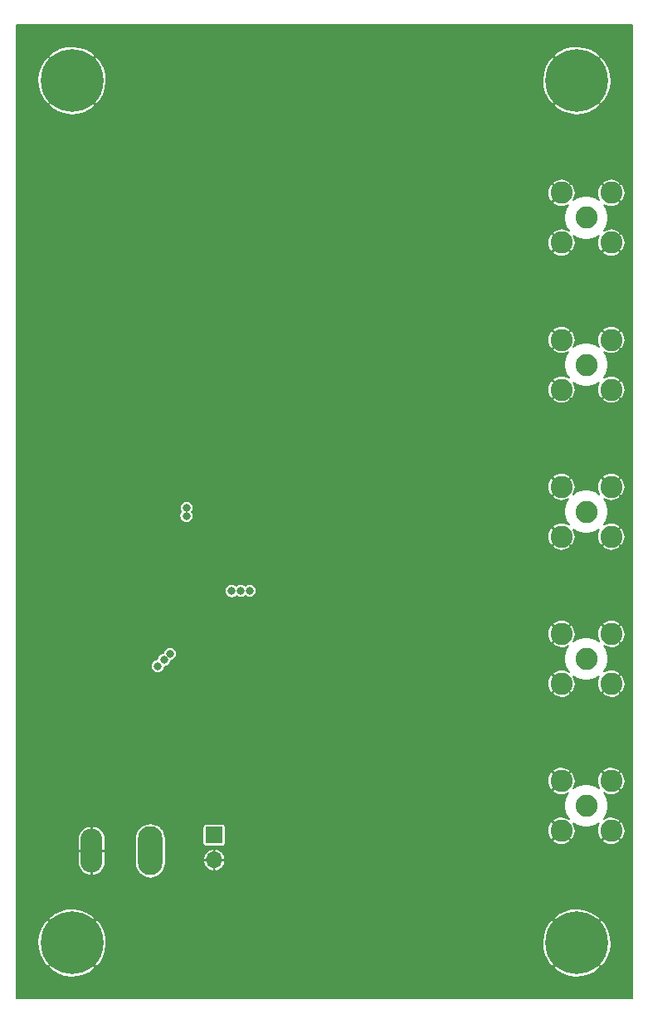
<source format=gbl>
G04 #@! TF.GenerationSoftware,KiCad,Pcbnew,5.1.8-5.1.8*
G04 #@! TF.CreationDate,2020-12-23T15:54:33+01:00*
G04 #@! TF.ProjectId,distribution-amp,64697374-7269-4627-9574-696f6e2d616d,rev?*
G04 #@! TF.SameCoordinates,PX67aef80PY8a2ffa0*
G04 #@! TF.FileFunction,Copper,L4,Bot*
G04 #@! TF.FilePolarity,Positive*
%FSLAX46Y46*%
G04 Gerber Fmt 4.6, Leading zero omitted, Abs format (unit mm)*
G04 Created by KiCad (PCBNEW 5.1.8-5.1.8) date 2020-12-23 15:54:33*
%MOMM*%
%LPD*%
G01*
G04 APERTURE LIST*
G04 #@! TA.AperFunction,ComponentPad*
%ADD10O,1.700000X1.700000*%
G04 #@! TD*
G04 #@! TA.AperFunction,ComponentPad*
%ADD11R,1.700000X1.700000*%
G04 #@! TD*
G04 #@! TA.AperFunction,ComponentPad*
%ADD12C,0.800000*%
G04 #@! TD*
G04 #@! TA.AperFunction,ComponentPad*
%ADD13C,6.400000*%
G04 #@! TD*
G04 #@! TA.AperFunction,ComponentPad*
%ADD14O,2.250000X4.500000*%
G04 #@! TD*
G04 #@! TA.AperFunction,ComponentPad*
%ADD15O,2.500000X5.000000*%
G04 #@! TD*
G04 #@! TA.AperFunction,ComponentPad*
%ADD16C,2.250000*%
G04 #@! TD*
G04 #@! TA.AperFunction,ViaPad*
%ADD17C,0.800000*%
G04 #@! TD*
G04 #@! TA.AperFunction,Conductor*
%ADD18C,0.200000*%
G04 #@! TD*
G04 #@! TA.AperFunction,Conductor*
%ADD19C,0.100000*%
G04 #@! TD*
G04 APERTURE END LIST*
D10*
G04 #@! TO.P,TP1,2*
G04 #@! TO.N,GND*
X20500000Y14460000D03*
D11*
G04 #@! TO.P,TP1,1*
G04 #@! TO.N,Net-(D1-Pad2)*
X20500000Y17000000D03*
G04 #@! TD*
D12*
G04 #@! TO.P,H4,1*
G04 #@! TO.N,GND*
X7697056Y7697056D03*
X6000000Y8400000D03*
X4302944Y7697056D03*
X3600000Y6000000D03*
X4302944Y4302944D03*
X6000000Y3600000D03*
X7697056Y4302944D03*
X8400000Y6000000D03*
D13*
X6000000Y6000000D03*
G04 #@! TD*
D12*
G04 #@! TO.P,H3,1*
G04 #@! TO.N,GND*
X59197056Y7697056D03*
X57500000Y8400000D03*
X55802944Y7697056D03*
X55100000Y6000000D03*
X55802944Y4302944D03*
X57500000Y3600000D03*
X59197056Y4302944D03*
X59900000Y6000000D03*
D13*
X57500000Y6000000D03*
G04 #@! TD*
D12*
G04 #@! TO.P,H2,1*
G04 #@! TO.N,GND*
X59197056Y95697056D03*
X57500000Y96400000D03*
X55802944Y95697056D03*
X55100000Y94000000D03*
X55802944Y92302944D03*
X57500000Y91600000D03*
X59197056Y92302944D03*
X59900000Y94000000D03*
D13*
X57500000Y94000000D03*
G04 #@! TD*
D12*
G04 #@! TO.P,H1,1*
G04 #@! TO.N,GND*
X7697056Y95697056D03*
X6000000Y96400000D03*
X4302944Y95697056D03*
X3600000Y94000000D03*
X4302944Y92302944D03*
X6000000Y91600000D03*
X7697056Y92302944D03*
X8400000Y94000000D03*
D13*
X6000000Y94000000D03*
G04 #@! TD*
D14*
G04 #@! TO.P,J6,2*
G04 #@! TO.N,GND*
X8000000Y15400000D03*
D15*
G04 #@! TO.P,J6,1*
G04 #@! TO.N,Net-(D1-Pad2)*
X14000000Y15400000D03*
G04 #@! TD*
D16*
G04 #@! TO.P,J5,1*
G04 #@! TO.N,Net-(C16-Pad1)*
X58480000Y50000000D03*
G04 #@! TO.P,J5,2*
G04 #@! TO.N,GND*
X55940000Y47460000D03*
X61020000Y47460000D03*
X61020000Y52540000D03*
X55940000Y52540000D03*
G04 #@! TD*
G04 #@! TO.P,J4,1*
G04 #@! TO.N,Net-(C11-Pad2)*
X58480000Y80000000D03*
G04 #@! TO.P,J4,2*
G04 #@! TO.N,GND*
X55940000Y77460000D03*
X61020000Y77460000D03*
X61020000Y82540000D03*
X55940000Y82540000D03*
G04 #@! TD*
G04 #@! TO.P,J3,1*
G04 #@! TO.N,Net-(C10-Pad1)*
X58480000Y35000000D03*
G04 #@! TO.P,J3,2*
G04 #@! TO.N,GND*
X55940000Y32460000D03*
X61020000Y32460000D03*
X61020000Y37540000D03*
X55940000Y37540000D03*
G04 #@! TD*
G04 #@! TO.P,J2,1*
G04 #@! TO.N,Net-(C7-Pad1)*
X58480000Y20000000D03*
G04 #@! TO.P,J2,2*
G04 #@! TO.N,GND*
X55940000Y17460000D03*
X61020000Y17460000D03*
X61020000Y22540000D03*
X55940000Y22540000D03*
G04 #@! TD*
G04 #@! TO.P,J1,1*
G04 #@! TO.N,Net-(C6-Pad1)*
X58480000Y65000000D03*
G04 #@! TO.P,J1,2*
G04 #@! TO.N,GND*
X55940000Y62460000D03*
X61020000Y62460000D03*
X61020000Y67540000D03*
X55940000Y67540000D03*
G04 #@! TD*
D17*
G04 #@! TO.N,GND*
X4572000Y33147000D03*
X48305934Y21600000D03*
X46169369Y21600000D03*
X44032804Y21600000D03*
X41896239Y21600000D03*
X39759674Y21600000D03*
X37623188Y21606395D03*
X35556736Y22095616D03*
X33815281Y23311461D03*
X32304501Y24822241D03*
X30905776Y26429165D03*
X30140476Y28409891D03*
X30048000Y30540870D03*
X30048000Y32677435D03*
X50442500Y21600000D03*
X30048000Y34814000D03*
X26848000Y32758769D03*
X26848000Y30703537D03*
X26882716Y28649316D03*
X27296926Y26641243D03*
X28161214Y24781967D03*
X29430175Y23171137D03*
X30883416Y21717842D03*
X32378377Y20309736D03*
X34122289Y19231172D03*
X36068517Y18585218D03*
X38111109Y18400000D03*
X40166341Y18400000D03*
X42221572Y18400000D03*
X44276804Y18400000D03*
X46332036Y18400000D03*
X48387268Y18400000D03*
X26848000Y34814000D03*
X50442500Y18400000D03*
X48371580Y36628363D03*
X46538199Y37514792D03*
X45054249Y38960234D03*
X43280592Y40013862D03*
X50442500Y36600000D03*
X41212917Y40455404D03*
X38084000Y40462000D03*
X40340944Y37262000D03*
X42523799Y36837224D03*
X44194445Y35330813D03*
X46021817Y34025692D03*
X48186407Y33428406D03*
X38084000Y37262000D03*
X50442500Y33400000D03*
X40317196Y44882000D03*
X42515190Y45209544D03*
X44471664Y46262157D03*
X46108553Y47777974D03*
X48209303Y48400000D03*
X38084000Y44882000D03*
X50442500Y48400000D03*
X45646028Y51147475D03*
X43825898Y50048335D03*
X42254820Y48605892D03*
X40220364Y48082000D03*
X50442500Y51600000D03*
X47725225Y51593408D03*
X38084000Y48082000D03*
X30048000Y52656388D03*
X30048000Y54782775D03*
X30135255Y56904027D03*
X30883995Y58880441D03*
X32268517Y60485777D03*
X33780457Y61980625D03*
X35597112Y63061178D03*
X37684175Y63400000D03*
X39810563Y63400000D03*
X41936950Y63400000D03*
X44063337Y63400000D03*
X46189725Y63400000D03*
X48316112Y63400000D03*
X30048000Y50530000D03*
X50442500Y63400000D03*
X48352834Y66600000D03*
X46263168Y66600000D03*
X44173502Y66600000D03*
X42083837Y66600000D03*
X39994171Y66600000D03*
X37904505Y66600000D03*
X35825294Y66435836D03*
X33840939Y65796602D03*
X32061255Y64711243D03*
X30539176Y63281920D03*
X29074127Y61792265D03*
X27051669Y57805661D03*
X26848000Y55390232D03*
X26848000Y52960116D03*
X50442500Y66600000D03*
X27883823Y60080646D03*
X25222000Y52143318D03*
X25222000Y54227136D03*
X25222000Y56310954D03*
X25222000Y58394772D03*
X25222000Y60478589D03*
X25222000Y62562407D03*
X25222000Y64646225D03*
X25222000Y66730043D03*
X25222000Y68813860D03*
X25273129Y70895396D03*
X25918361Y72864057D03*
X27215801Y74483061D03*
X28870095Y75732357D03*
X30859736Y76310239D03*
X32942728Y76337500D03*
X35026546Y76337500D03*
X37110364Y76337500D03*
X39194182Y76337500D03*
X39249837Y79537500D03*
X37221675Y79537500D03*
X35193513Y79537500D03*
X33165351Y79537500D03*
X31137262Y79531349D03*
X29135097Y79238734D03*
X27251155Y78499747D03*
X25586648Y77348822D03*
X24157647Y75911375D03*
X23023065Y74235918D03*
X22299111Y72346155D03*
X22026159Y70341073D03*
X22022000Y68312960D03*
X22022000Y66284798D03*
X22022000Y64256635D03*
X22022000Y62228473D03*
X22022000Y60200311D03*
X22022000Y58172149D03*
X22022000Y56143987D03*
X22022000Y54115825D03*
X22022000Y52087663D03*
X43053000Y76708000D03*
X44323000Y76708000D03*
X44958000Y78486000D03*
X44958000Y77470000D03*
X44704000Y75819000D03*
X44704000Y74803000D03*
X45593000Y76327000D03*
X46736000Y76327000D03*
X43053000Y73787000D03*
X44323000Y73914000D03*
X32004000Y42545000D03*
X35179000Y42672000D03*
X26924000Y45085000D03*
X26924000Y46736000D03*
X27051000Y48641000D03*
X30099000Y45212000D03*
X32004000Y45212000D03*
X35052000Y44958000D03*
X35179000Y40386000D03*
X32004000Y40132000D03*
X30099000Y40005000D03*
X27051000Y40132000D03*
X26924000Y38989000D03*
X7112000Y33147000D03*
X9652000Y33147000D03*
X4572000Y31647000D03*
X7112000Y31647000D03*
X9652000Y31647000D03*
X4572000Y30147000D03*
X7112000Y30147000D03*
X9652000Y30147000D03*
X4572000Y28647000D03*
X7112000Y28647000D03*
X9652000Y28647000D03*
X19685000Y33147000D03*
X19685000Y31750000D03*
X19685000Y29972000D03*
X19685000Y28448000D03*
X6985000Y38481000D03*
X6985000Y37211000D03*
X9144000Y39243000D03*
X9144000Y36449000D03*
X7112000Y24511000D03*
X7112000Y23114000D03*
X9144000Y25146000D03*
X9144000Y22479000D03*
X1774999Y98225001D03*
X1774999Y91025001D03*
X1774999Y83825001D03*
X1774999Y76625001D03*
X1774999Y69425001D03*
X1774999Y62225001D03*
X1774999Y55025001D03*
X1774999Y47825001D03*
X1774999Y40625001D03*
X1774999Y33425001D03*
X1774999Y26225001D03*
X1774999Y19025001D03*
X1774999Y4625001D03*
X5374999Y87425001D03*
X5374999Y80225001D03*
X5374999Y73025001D03*
X5374999Y65825001D03*
X5374999Y58625001D03*
X5374999Y51425001D03*
X5374999Y44225001D03*
X5374999Y15425001D03*
X8974999Y98225001D03*
X8974999Y91025001D03*
X8974999Y83825001D03*
X8974999Y76625001D03*
X8974999Y69425001D03*
X8974999Y62225001D03*
X8974999Y55025001D03*
X8974999Y47825001D03*
X8974999Y19025001D03*
X12574999Y94625001D03*
X12574999Y87425001D03*
X12574999Y80225001D03*
X12574999Y73025001D03*
X12574999Y65825001D03*
X12574999Y58625001D03*
X12574999Y51425001D03*
X12574999Y40625001D03*
X11800000Y15425001D03*
X14374999Y46025001D03*
X14374999Y20825001D03*
X14374999Y10025001D03*
X14374999Y2825001D03*
X16174999Y98225001D03*
X16174999Y91025001D03*
X16174999Y83825001D03*
X16174999Y76625001D03*
X16174999Y69425001D03*
X16174999Y62225001D03*
X16174999Y55025001D03*
X17974999Y38825001D03*
X17974999Y17225001D03*
X17974999Y6425001D03*
X19774999Y94625001D03*
X19774999Y87425001D03*
X19774999Y80225001D03*
X19774999Y73025001D03*
X19774999Y65825001D03*
X19774999Y58625001D03*
X19774999Y11825001D03*
X21574999Y26225001D03*
X21574999Y2825001D03*
X23374999Y98225001D03*
X23374999Y91025001D03*
X23374999Y83825001D03*
X23374999Y37025001D03*
X23374999Y20825001D03*
X23374999Y8225001D03*
X25174999Y15425001D03*
X26974999Y94625001D03*
X26974999Y87425001D03*
X26974999Y4625001D03*
X28774999Y82025001D03*
X28774999Y71225001D03*
X28774999Y19025001D03*
X28774999Y11825001D03*
X30574999Y98225001D03*
X30574999Y91025001D03*
X30574999Y37025001D03*
X32374999Y85625001D03*
X32374999Y55025001D03*
X32374999Y31625001D03*
X32374999Y15425001D03*
X32374999Y8225001D03*
X34174999Y94625001D03*
X34174999Y73025001D03*
X34174999Y49625001D03*
X34174999Y2825001D03*
X35974999Y89225001D03*
X35974999Y82025001D03*
X35974999Y58625001D03*
X35974999Y28025001D03*
X35974999Y11825001D03*
X37774999Y98225001D03*
X37774999Y69425001D03*
X37774999Y53225001D03*
X37774999Y33425001D03*
X37774999Y6425001D03*
X39574999Y92825001D03*
X39574999Y85625001D03*
X39574999Y24425001D03*
X39574999Y15425001D03*
X41374999Y60425001D03*
X41374999Y29825001D03*
X41374999Y10025001D03*
X41374999Y2825001D03*
X43174999Y96425001D03*
X43174999Y89225001D03*
X43174999Y82025001D03*
X43174999Y71225001D03*
X43174999Y55025001D03*
X44974999Y42425001D03*
X44974999Y26225001D03*
X44974999Y13625001D03*
X44974999Y6425001D03*
X46774999Y92825001D03*
X46774999Y85625001D03*
X46774999Y58625001D03*
X48574999Y98225001D03*
X48574999Y73025001D03*
X48574999Y46025001D03*
X48574999Y29825001D03*
X48574999Y10025001D03*
X48574999Y2825001D03*
X50374999Y89225001D03*
X50374999Y55025001D03*
X50374999Y40625001D03*
X50374999Y24425001D03*
X50374999Y15425001D03*
X52174999Y94625001D03*
X52174999Y83825001D03*
X52174999Y76625001D03*
X52174999Y69425001D03*
X52174999Y60425001D03*
X52174999Y6425001D03*
X53974999Y44225001D03*
X53974999Y28025001D03*
X53974999Y11825001D03*
X55774999Y98225001D03*
X55774999Y73025001D03*
X55774999Y56825001D03*
X57574999Y85625001D03*
X57574999Y40625001D03*
X59374999Y26225001D03*
X59374999Y13625001D03*
X61174999Y89225001D03*
X61174999Y74825001D03*
X61174999Y58625001D03*
X61174999Y44225001D03*
X61174999Y4625001D03*
X10600000Y50400000D03*
X12200000Y50400000D03*
X10000000Y48200000D03*
X12800000Y48200000D03*
X16383000Y47244000D03*
X16383000Y45085000D03*
G04 #@! TO.N,VCC*
X16000000Y35500000D03*
X15375000Y34875000D03*
X14750000Y34250000D03*
X22300000Y41900000D03*
X23231500Y41931500D03*
X24131500Y41931500D03*
X17700000Y50400000D03*
X17669000Y49569000D03*
G04 #@! TD*
D18*
G04 #@! TO.N,GND*
X63155000Y325000D02*
X325000Y325000D01*
X325000Y3547167D01*
X3585351Y3547167D01*
X3954702Y3138954D01*
X4552164Y2794911D01*
X5205266Y2574037D01*
X5888909Y2484820D01*
X6576821Y2530691D01*
X7242566Y2709884D01*
X7860561Y3015516D01*
X8045298Y3138954D01*
X8414649Y3547167D01*
X55085351Y3547167D01*
X55454702Y3138954D01*
X56052164Y2794911D01*
X56705266Y2574037D01*
X57388909Y2484820D01*
X58076821Y2530691D01*
X58742566Y2709884D01*
X59360561Y3015516D01*
X59545298Y3138954D01*
X59914649Y3547167D01*
X59621891Y3839925D01*
X59621891Y3839926D01*
X59197056Y4264760D01*
X59021045Y4440771D01*
X58734038Y4727779D01*
X58734037Y4727779D01*
X57500000Y5961816D01*
X56265963Y4727779D01*
X56265962Y4727779D01*
X55978955Y4440771D01*
X55802944Y4264760D01*
X55378109Y3839926D01*
X55378109Y3839925D01*
X55085351Y3547167D01*
X8414649Y3547167D01*
X8121891Y3839925D01*
X8121891Y3839926D01*
X7697056Y4264760D01*
X7521045Y4440771D01*
X7234038Y4727779D01*
X7234037Y4727779D01*
X6000000Y5961816D01*
X4765963Y4727779D01*
X4765962Y4727779D01*
X4478955Y4440771D01*
X4302944Y4264760D01*
X3878109Y3839926D01*
X3878109Y3839925D01*
X3585351Y3547167D01*
X325000Y3547167D01*
X325000Y6111091D01*
X2484820Y6111091D01*
X2530691Y5423179D01*
X2709884Y4757434D01*
X3015516Y4139439D01*
X3138954Y3954702D01*
X3547167Y3585351D01*
X3839925Y3878109D01*
X3839926Y3878109D01*
X4264760Y4302944D01*
X4302944Y4341128D01*
X4727779Y4765962D01*
X4727779Y4765963D01*
X5961816Y6000000D01*
X6038184Y6000000D01*
X7272221Y4765963D01*
X7272221Y4765962D01*
X7697056Y4341128D01*
X7735240Y4302944D01*
X8160074Y3878109D01*
X8160075Y3878109D01*
X8452833Y3585351D01*
X8861046Y3954702D01*
X9205089Y4552164D01*
X9425963Y5205266D01*
X9515180Y5888909D01*
X9500365Y6111091D01*
X53984820Y6111091D01*
X54030691Y5423179D01*
X54209884Y4757434D01*
X54515516Y4139439D01*
X54638954Y3954702D01*
X55047167Y3585351D01*
X55339925Y3878109D01*
X55339926Y3878109D01*
X55764760Y4302944D01*
X55802944Y4341128D01*
X56227779Y4765962D01*
X56227779Y4765963D01*
X57461816Y6000000D01*
X57538184Y6000000D01*
X58772221Y4765963D01*
X58772221Y4765962D01*
X59197056Y4341128D01*
X59235240Y4302944D01*
X59660074Y3878109D01*
X59660075Y3878109D01*
X59952833Y3585351D01*
X60361046Y3954702D01*
X60705089Y4552164D01*
X60925963Y5205266D01*
X61015180Y5888909D01*
X60969309Y6576821D01*
X60790116Y7242566D01*
X60484484Y7860561D01*
X60361046Y8045298D01*
X59952833Y8414649D01*
X59660075Y8121891D01*
X59660074Y8121891D01*
X59398745Y7860561D01*
X59197056Y7658872D01*
X58772221Y7234038D01*
X58772221Y7234037D01*
X57538184Y6000000D01*
X57461816Y6000000D01*
X56227779Y7234037D01*
X56227779Y7234038D01*
X55802944Y7658872D01*
X55601255Y7860561D01*
X55339926Y8121891D01*
X55339925Y8121891D01*
X55047167Y8414649D01*
X54638954Y8045298D01*
X54294911Y7447836D01*
X54074037Y6794734D01*
X53984820Y6111091D01*
X9500365Y6111091D01*
X9469309Y6576821D01*
X9290116Y7242566D01*
X8984484Y7860561D01*
X8861046Y8045298D01*
X8452833Y8414649D01*
X8160075Y8121891D01*
X8160074Y8121891D01*
X7898745Y7860561D01*
X7697056Y7658872D01*
X7272221Y7234038D01*
X7272221Y7234037D01*
X6038184Y6000000D01*
X5961816Y6000000D01*
X4727779Y7234037D01*
X4727779Y7234038D01*
X4302944Y7658872D01*
X4101255Y7860561D01*
X3839926Y8121891D01*
X3839925Y8121891D01*
X3547167Y8414649D01*
X3138954Y8045298D01*
X2794911Y7447836D01*
X2574037Y6794734D01*
X2484820Y6111091D01*
X325000Y6111091D01*
X325000Y8452833D01*
X3585351Y8452833D01*
X3878109Y8160075D01*
X3878109Y8160074D01*
X4302944Y7735240D01*
X4341128Y7697056D01*
X4765962Y7272221D01*
X4765963Y7272221D01*
X6000000Y6038184D01*
X7234037Y7272221D01*
X7234038Y7272221D01*
X7658872Y7697056D01*
X7697056Y7735240D01*
X8121891Y8160074D01*
X8121891Y8160075D01*
X8414649Y8452833D01*
X55085351Y8452833D01*
X55378109Y8160075D01*
X55378109Y8160074D01*
X55802944Y7735240D01*
X55841128Y7697056D01*
X56265962Y7272221D01*
X56265963Y7272221D01*
X57500000Y6038184D01*
X58734037Y7272221D01*
X58734038Y7272221D01*
X59158872Y7697056D01*
X59197056Y7735240D01*
X59621891Y8160074D01*
X59621891Y8160075D01*
X59914649Y8452833D01*
X59545298Y8861046D01*
X58947836Y9205089D01*
X58294734Y9425963D01*
X57611091Y9515180D01*
X56923179Y9469309D01*
X56257434Y9290116D01*
X55639439Y8984484D01*
X55454702Y8861046D01*
X55085351Y8452833D01*
X8414649Y8452833D01*
X8045298Y8861046D01*
X7447836Y9205089D01*
X6794734Y9425963D01*
X6111091Y9515180D01*
X5423179Y9469309D01*
X4757434Y9290116D01*
X4139439Y8984484D01*
X3954702Y8861046D01*
X3585351Y8452833D01*
X325000Y8452833D01*
X325000Y15373000D01*
X6575000Y15373000D01*
X6575000Y14248000D01*
X6607648Y13970515D01*
X6693804Y13704731D01*
X6830156Y13460862D01*
X7011465Y13248280D01*
X7230763Y13075155D01*
X7479622Y12948139D01*
X7748479Y12872114D01*
X7750453Y12872021D01*
X7973000Y12925270D01*
X7973000Y15373000D01*
X8027000Y15373000D01*
X8027000Y12925270D01*
X8249547Y12872021D01*
X8251521Y12872114D01*
X8520378Y12948139D01*
X8769237Y13075155D01*
X8988535Y13248280D01*
X9169844Y13460862D01*
X9306196Y13704731D01*
X9392352Y13970515D01*
X9404511Y14073863D01*
X12450000Y14073863D01*
X12472428Y13846148D01*
X12561059Y13553972D01*
X12704987Y13284701D01*
X12898682Y13048682D01*
X13134700Y12854987D01*
X13403971Y12711059D01*
X13696147Y12622428D01*
X14000000Y12592501D01*
X14303852Y12622428D01*
X14596028Y12711059D01*
X14865299Y12854987D01*
X15101318Y13048682D01*
X15295013Y13284700D01*
X15438941Y13553971D01*
X15527572Y13846147D01*
X15550000Y14073862D01*
X15550000Y14253482D01*
X19368695Y14253482D01*
X19375778Y14217865D01*
X19444618Y14003193D01*
X19554015Y13806076D01*
X19699766Y13634088D01*
X19876270Y13493840D01*
X20076743Y13390721D01*
X20293482Y13328694D01*
X20473000Y13385316D01*
X20473000Y14433000D01*
X20527000Y14433000D01*
X20527000Y13385316D01*
X20706518Y13328694D01*
X20923257Y13390721D01*
X21123730Y13493840D01*
X21300234Y13634088D01*
X21445985Y13806076D01*
X21555382Y14003193D01*
X21624222Y14217865D01*
X21631305Y14253482D01*
X21574661Y14433000D01*
X20527000Y14433000D01*
X20473000Y14433000D01*
X19425339Y14433000D01*
X19368695Y14253482D01*
X15550000Y14253482D01*
X15550000Y14666518D01*
X19368695Y14666518D01*
X19425339Y14487000D01*
X20473000Y14487000D01*
X20473000Y15534684D01*
X20527000Y15534684D01*
X20527000Y14487000D01*
X21574661Y14487000D01*
X21631305Y14666518D01*
X21624222Y14702135D01*
X21555382Y14916807D01*
X21445985Y15113924D01*
X21300234Y15285912D01*
X21123730Y15426160D01*
X20923257Y15529279D01*
X20706518Y15591306D01*
X20527000Y15534684D01*
X20473000Y15534684D01*
X20293482Y15591306D01*
X20076743Y15529279D01*
X19876270Y15426160D01*
X19699766Y15285912D01*
X19554015Y15113924D01*
X19444618Y14916807D01*
X19375778Y14702135D01*
X19368695Y14666518D01*
X15550000Y14666518D01*
X15550000Y16726138D01*
X15527572Y16953853D01*
X15438941Y17246029D01*
X15295013Y17515300D01*
X15101318Y17751318D01*
X14981074Y17850000D01*
X19348549Y17850000D01*
X19348549Y16150000D01*
X19354341Y16091190D01*
X19371496Y16034640D01*
X19399353Y15982523D01*
X19436842Y15936842D01*
X19482523Y15899353D01*
X19534640Y15871496D01*
X19591190Y15854341D01*
X19650000Y15848549D01*
X21350000Y15848549D01*
X21408810Y15854341D01*
X21465360Y15871496D01*
X21517477Y15899353D01*
X21563158Y15936842D01*
X21600647Y15982523D01*
X21628504Y16034640D01*
X21645659Y16091190D01*
X21651451Y16150000D01*
X21651451Y16481629D01*
X54999812Y16481629D01*
X55120347Y16285909D01*
X55365150Y16148562D01*
X55632044Y16061614D01*
X55910773Y16028404D01*
X56190625Y16050209D01*
X56460846Y16126192D01*
X56711050Y16253433D01*
X56759653Y16285909D01*
X56880188Y16481629D01*
X60079812Y16481629D01*
X60200347Y16285909D01*
X60445150Y16148562D01*
X60712044Y16061614D01*
X60990773Y16028404D01*
X61270625Y16050209D01*
X61540846Y16126192D01*
X61791050Y16253433D01*
X61839653Y16285909D01*
X61960188Y16481629D01*
X61020000Y17421816D01*
X60079812Y16481629D01*
X56880188Y16481629D01*
X55940000Y17421816D01*
X54999812Y16481629D01*
X21651451Y16481629D01*
X21651451Y17489227D01*
X54508404Y17489227D01*
X54530209Y17209375D01*
X54606192Y16939154D01*
X54733433Y16688950D01*
X54765909Y16640347D01*
X54961629Y16519812D01*
X55901816Y17460000D01*
X54961629Y18400188D01*
X54765909Y18279653D01*
X54628562Y18034850D01*
X54541614Y17767956D01*
X54508404Y17489227D01*
X21651451Y17489227D01*
X21651451Y17850000D01*
X21645659Y17908810D01*
X21628504Y17965360D01*
X21600647Y18017477D01*
X21563158Y18063158D01*
X21517477Y18100647D01*
X21465360Y18128504D01*
X21408810Y18145659D01*
X21350000Y18151451D01*
X19650000Y18151451D01*
X19591190Y18145659D01*
X19534640Y18128504D01*
X19482523Y18100647D01*
X19436842Y18063158D01*
X19399353Y18017477D01*
X19371496Y17965360D01*
X19354341Y17908810D01*
X19348549Y17850000D01*
X14981074Y17850000D01*
X14865300Y17945013D01*
X14596029Y18088941D01*
X14303853Y18177572D01*
X14000000Y18207499D01*
X13696148Y18177572D01*
X13403972Y18088941D01*
X13134701Y17945013D01*
X12898683Y17751318D01*
X12704988Y17515300D01*
X12561060Y17246029D01*
X12472429Y16953853D01*
X12450001Y16726138D01*
X12450000Y14073863D01*
X9404511Y14073863D01*
X9425000Y14248000D01*
X9425000Y15373000D01*
X8027000Y15373000D01*
X7973000Y15373000D01*
X6575000Y15373000D01*
X325000Y15373000D01*
X325000Y16552000D01*
X6575000Y16552000D01*
X6575000Y15427000D01*
X7973000Y15427000D01*
X7973000Y17874730D01*
X8027000Y17874730D01*
X8027000Y15427000D01*
X9425000Y15427000D01*
X9425000Y16552000D01*
X9392352Y16829485D01*
X9306196Y17095269D01*
X9169844Y17339138D01*
X8988535Y17551720D01*
X8769237Y17724845D01*
X8520378Y17851861D01*
X8251521Y17927886D01*
X8249547Y17927979D01*
X8027000Y17874730D01*
X7973000Y17874730D01*
X7750453Y17927979D01*
X7748479Y17927886D01*
X7479622Y17851861D01*
X7230763Y17724845D01*
X7011465Y17551720D01*
X6830156Y17339138D01*
X6693804Y17095269D01*
X6607648Y16829485D01*
X6575000Y16552000D01*
X325000Y16552000D01*
X325000Y21561629D01*
X54999812Y21561629D01*
X55120347Y21365909D01*
X55365150Y21228562D01*
X55632044Y21141614D01*
X55910773Y21108404D01*
X56190625Y21130209D01*
X56460846Y21206192D01*
X56686719Y21321059D01*
X56508230Y21053933D01*
X56340505Y20649009D01*
X56255000Y20219143D01*
X56255000Y19780857D01*
X56340505Y19350991D01*
X56508230Y18946067D01*
X56690919Y18672654D01*
X56514850Y18771438D01*
X56247956Y18858386D01*
X55969227Y18891596D01*
X55689375Y18869791D01*
X55419154Y18793808D01*
X55168950Y18666567D01*
X55120347Y18634091D01*
X54999812Y18438371D01*
X55940000Y17498184D01*
X55954142Y17512326D01*
X55992326Y17474142D01*
X55978184Y17460000D01*
X56918371Y16519812D01*
X57114091Y16640347D01*
X57251438Y16885150D01*
X57338386Y17152044D01*
X57371596Y17430773D01*
X57349791Y17710625D01*
X57273808Y17980846D01*
X57158941Y18206719D01*
X57426067Y18028230D01*
X57830991Y17860505D01*
X58260857Y17775000D01*
X58699143Y17775000D01*
X59129009Y17860505D01*
X59533933Y18028230D01*
X59807346Y18210919D01*
X59708562Y18034850D01*
X59621614Y17767956D01*
X59588404Y17489227D01*
X59610209Y17209375D01*
X59686192Y16939154D01*
X59813433Y16688950D01*
X59845909Y16640347D01*
X60041629Y16519812D01*
X60981816Y17460000D01*
X61058184Y17460000D01*
X61998371Y16519812D01*
X62194091Y16640347D01*
X62331438Y16885150D01*
X62418386Y17152044D01*
X62451596Y17430773D01*
X62429791Y17710625D01*
X62353808Y17980846D01*
X62226567Y18231050D01*
X62194091Y18279653D01*
X61998371Y18400188D01*
X61058184Y17460000D01*
X60981816Y17460000D01*
X60967674Y17474142D01*
X61005858Y17512326D01*
X61020000Y17498184D01*
X61960188Y18438371D01*
X61839653Y18634091D01*
X61594850Y18771438D01*
X61327956Y18858386D01*
X61049227Y18891596D01*
X60769375Y18869791D01*
X60499154Y18793808D01*
X60273281Y18678941D01*
X60451770Y18946067D01*
X60619495Y19350991D01*
X60705000Y19780857D01*
X60705000Y20219143D01*
X60619495Y20649009D01*
X60451770Y21053933D01*
X60269081Y21327346D01*
X60445150Y21228562D01*
X60712044Y21141614D01*
X60990773Y21108404D01*
X61270625Y21130209D01*
X61540846Y21206192D01*
X61791050Y21333433D01*
X61839653Y21365909D01*
X61960188Y21561629D01*
X61020000Y22501816D01*
X61005858Y22487674D01*
X60967674Y22525858D01*
X60981816Y22540000D01*
X61058184Y22540000D01*
X61998371Y21599812D01*
X62194091Y21720347D01*
X62331438Y21965150D01*
X62418386Y22232044D01*
X62451596Y22510773D01*
X62429791Y22790625D01*
X62353808Y23060846D01*
X62226567Y23311050D01*
X62194091Y23359653D01*
X61998371Y23480188D01*
X61058184Y22540000D01*
X60981816Y22540000D01*
X60041629Y23480188D01*
X59845909Y23359653D01*
X59708562Y23114850D01*
X59621614Y22847956D01*
X59588404Y22569227D01*
X59610209Y22289375D01*
X59686192Y22019154D01*
X59801059Y21793281D01*
X59533933Y21971770D01*
X59129009Y22139495D01*
X58699143Y22225000D01*
X58260857Y22225000D01*
X57830991Y22139495D01*
X57426067Y21971770D01*
X57152654Y21789081D01*
X57251438Y21965150D01*
X57338386Y22232044D01*
X57371596Y22510773D01*
X57349791Y22790625D01*
X57273808Y23060846D01*
X57146567Y23311050D01*
X57114091Y23359653D01*
X56918371Y23480188D01*
X55978184Y22540000D01*
X55992326Y22525858D01*
X55954142Y22487674D01*
X55940000Y22501816D01*
X54999812Y21561629D01*
X325000Y21561629D01*
X325000Y22569227D01*
X54508404Y22569227D01*
X54530209Y22289375D01*
X54606192Y22019154D01*
X54733433Y21768950D01*
X54765909Y21720347D01*
X54961629Y21599812D01*
X55901816Y22540000D01*
X54961629Y23480188D01*
X54765909Y23359653D01*
X54628562Y23114850D01*
X54541614Y22847956D01*
X54508404Y22569227D01*
X325000Y22569227D01*
X325000Y23518371D01*
X54999812Y23518371D01*
X55940000Y22578184D01*
X56880188Y23518371D01*
X60079812Y23518371D01*
X61020000Y22578184D01*
X61960188Y23518371D01*
X61839653Y23714091D01*
X61594850Y23851438D01*
X61327956Y23938386D01*
X61049227Y23971596D01*
X60769375Y23949791D01*
X60499154Y23873808D01*
X60248950Y23746567D01*
X60200347Y23714091D01*
X60079812Y23518371D01*
X56880188Y23518371D01*
X56759653Y23714091D01*
X56514850Y23851438D01*
X56247956Y23938386D01*
X55969227Y23971596D01*
X55689375Y23949791D01*
X55419154Y23873808D01*
X55168950Y23746567D01*
X55120347Y23714091D01*
X54999812Y23518371D01*
X325000Y23518371D01*
X325000Y31481629D01*
X54999812Y31481629D01*
X55120347Y31285909D01*
X55365150Y31148562D01*
X55632044Y31061614D01*
X55910773Y31028404D01*
X56190625Y31050209D01*
X56460846Y31126192D01*
X56711050Y31253433D01*
X56759653Y31285909D01*
X56880188Y31481629D01*
X60079812Y31481629D01*
X60200347Y31285909D01*
X60445150Y31148562D01*
X60712044Y31061614D01*
X60990773Y31028404D01*
X61270625Y31050209D01*
X61540846Y31126192D01*
X61791050Y31253433D01*
X61839653Y31285909D01*
X61960188Y31481629D01*
X61020000Y32421816D01*
X60079812Y31481629D01*
X56880188Y31481629D01*
X55940000Y32421816D01*
X54999812Y31481629D01*
X325000Y31481629D01*
X325000Y32489227D01*
X54508404Y32489227D01*
X54530209Y32209375D01*
X54606192Y31939154D01*
X54733433Y31688950D01*
X54765909Y31640347D01*
X54961629Y31519812D01*
X55901816Y32460000D01*
X54961629Y33400188D01*
X54765909Y33279653D01*
X54628562Y33034850D01*
X54541614Y32767956D01*
X54508404Y32489227D01*
X325000Y32489227D01*
X325000Y34318944D01*
X14050000Y34318944D01*
X14050000Y34181056D01*
X14076901Y34045818D01*
X14129668Y33918426D01*
X14206274Y33803776D01*
X14303776Y33706274D01*
X14418426Y33629668D01*
X14545818Y33576901D01*
X14681056Y33550000D01*
X14818944Y33550000D01*
X14954182Y33576901D01*
X15081574Y33629668D01*
X15196224Y33706274D01*
X15293726Y33803776D01*
X15370332Y33918426D01*
X15423099Y34045818D01*
X15448995Y34176005D01*
X15579182Y34201901D01*
X15706574Y34254668D01*
X15821224Y34331274D01*
X15918726Y34428776D01*
X15995332Y34543426D01*
X16048099Y34670818D01*
X16073995Y34801005D01*
X16204182Y34826901D01*
X16331574Y34879668D01*
X16446224Y34956274D01*
X16543726Y35053776D01*
X16620332Y35168426D01*
X16673099Y35295818D01*
X16700000Y35431056D01*
X16700000Y35568944D01*
X16673099Y35704182D01*
X16620332Y35831574D01*
X16543726Y35946224D01*
X16446224Y36043726D01*
X16331574Y36120332D01*
X16204182Y36173099D01*
X16068944Y36200000D01*
X15931056Y36200000D01*
X15795818Y36173099D01*
X15668426Y36120332D01*
X15553776Y36043726D01*
X15456274Y35946224D01*
X15379668Y35831574D01*
X15326901Y35704182D01*
X15301005Y35573995D01*
X15170818Y35548099D01*
X15043426Y35495332D01*
X14928776Y35418726D01*
X14831274Y35321224D01*
X14754668Y35206574D01*
X14701901Y35079182D01*
X14676005Y34948995D01*
X14545818Y34923099D01*
X14418426Y34870332D01*
X14303776Y34793726D01*
X14206274Y34696224D01*
X14129668Y34581574D01*
X14076901Y34454182D01*
X14050000Y34318944D01*
X325000Y34318944D01*
X325000Y36561629D01*
X54999812Y36561629D01*
X55120347Y36365909D01*
X55365150Y36228562D01*
X55632044Y36141614D01*
X55910773Y36108404D01*
X56190625Y36130209D01*
X56460846Y36206192D01*
X56686719Y36321059D01*
X56508230Y36053933D01*
X56340505Y35649009D01*
X56255000Y35219143D01*
X56255000Y34780857D01*
X56340505Y34350991D01*
X56508230Y33946067D01*
X56690919Y33672654D01*
X56514850Y33771438D01*
X56247956Y33858386D01*
X55969227Y33891596D01*
X55689375Y33869791D01*
X55419154Y33793808D01*
X55168950Y33666567D01*
X55120347Y33634091D01*
X54999812Y33438371D01*
X55940000Y32498184D01*
X55954142Y32512326D01*
X55992326Y32474142D01*
X55978184Y32460000D01*
X56918371Y31519812D01*
X57114091Y31640347D01*
X57251438Y31885150D01*
X57338386Y32152044D01*
X57371596Y32430773D01*
X57349791Y32710625D01*
X57273808Y32980846D01*
X57158941Y33206719D01*
X57426067Y33028230D01*
X57830991Y32860505D01*
X58260857Y32775000D01*
X58699143Y32775000D01*
X59129009Y32860505D01*
X59533933Y33028230D01*
X59807346Y33210919D01*
X59708562Y33034850D01*
X59621614Y32767956D01*
X59588404Y32489227D01*
X59610209Y32209375D01*
X59686192Y31939154D01*
X59813433Y31688950D01*
X59845909Y31640347D01*
X60041629Y31519812D01*
X60981816Y32460000D01*
X61058184Y32460000D01*
X61998371Y31519812D01*
X62194091Y31640347D01*
X62331438Y31885150D01*
X62418386Y32152044D01*
X62451596Y32430773D01*
X62429791Y32710625D01*
X62353808Y32980846D01*
X62226567Y33231050D01*
X62194091Y33279653D01*
X61998371Y33400188D01*
X61058184Y32460000D01*
X60981816Y32460000D01*
X60967674Y32474142D01*
X61005858Y32512326D01*
X61020000Y32498184D01*
X61960188Y33438371D01*
X61839653Y33634091D01*
X61594850Y33771438D01*
X61327956Y33858386D01*
X61049227Y33891596D01*
X60769375Y33869791D01*
X60499154Y33793808D01*
X60273281Y33678941D01*
X60451770Y33946067D01*
X60619495Y34350991D01*
X60705000Y34780857D01*
X60705000Y35219143D01*
X60619495Y35649009D01*
X60451770Y36053933D01*
X60269081Y36327346D01*
X60445150Y36228562D01*
X60712044Y36141614D01*
X60990773Y36108404D01*
X61270625Y36130209D01*
X61540846Y36206192D01*
X61791050Y36333433D01*
X61839653Y36365909D01*
X61960188Y36561629D01*
X61020000Y37501816D01*
X61005858Y37487674D01*
X60967674Y37525858D01*
X60981816Y37540000D01*
X61058184Y37540000D01*
X61998371Y36599812D01*
X62194091Y36720347D01*
X62331438Y36965150D01*
X62418386Y37232044D01*
X62451596Y37510773D01*
X62429791Y37790625D01*
X62353808Y38060846D01*
X62226567Y38311050D01*
X62194091Y38359653D01*
X61998371Y38480188D01*
X61058184Y37540000D01*
X60981816Y37540000D01*
X60041629Y38480188D01*
X59845909Y38359653D01*
X59708562Y38114850D01*
X59621614Y37847956D01*
X59588404Y37569227D01*
X59610209Y37289375D01*
X59686192Y37019154D01*
X59801059Y36793281D01*
X59533933Y36971770D01*
X59129009Y37139495D01*
X58699143Y37225000D01*
X58260857Y37225000D01*
X57830991Y37139495D01*
X57426067Y36971770D01*
X57152654Y36789081D01*
X57251438Y36965150D01*
X57338386Y37232044D01*
X57371596Y37510773D01*
X57349791Y37790625D01*
X57273808Y38060846D01*
X57146567Y38311050D01*
X57114091Y38359653D01*
X56918371Y38480188D01*
X55978184Y37540000D01*
X55992326Y37525858D01*
X55954142Y37487674D01*
X55940000Y37501816D01*
X54999812Y36561629D01*
X325000Y36561629D01*
X325000Y37569227D01*
X54508404Y37569227D01*
X54530209Y37289375D01*
X54606192Y37019154D01*
X54733433Y36768950D01*
X54765909Y36720347D01*
X54961629Y36599812D01*
X55901816Y37540000D01*
X54961629Y38480188D01*
X54765909Y38359653D01*
X54628562Y38114850D01*
X54541614Y37847956D01*
X54508404Y37569227D01*
X325000Y37569227D01*
X325000Y38518371D01*
X54999812Y38518371D01*
X55940000Y37578184D01*
X56880188Y38518371D01*
X60079812Y38518371D01*
X61020000Y37578184D01*
X61960188Y38518371D01*
X61839653Y38714091D01*
X61594850Y38851438D01*
X61327956Y38938386D01*
X61049227Y38971596D01*
X60769375Y38949791D01*
X60499154Y38873808D01*
X60248950Y38746567D01*
X60200347Y38714091D01*
X60079812Y38518371D01*
X56880188Y38518371D01*
X56759653Y38714091D01*
X56514850Y38851438D01*
X56247956Y38938386D01*
X55969227Y38971596D01*
X55689375Y38949791D01*
X55419154Y38873808D01*
X55168950Y38746567D01*
X55120347Y38714091D01*
X54999812Y38518371D01*
X325000Y38518371D01*
X325000Y41968944D01*
X21600000Y41968944D01*
X21600000Y41831056D01*
X21626901Y41695818D01*
X21679668Y41568426D01*
X21756274Y41453776D01*
X21853776Y41356274D01*
X21968426Y41279668D01*
X22095818Y41226901D01*
X22231056Y41200000D01*
X22368944Y41200000D01*
X22504182Y41226901D01*
X22631574Y41279668D01*
X22746224Y41356274D01*
X22781500Y41391550D01*
X22785276Y41387774D01*
X22899926Y41311168D01*
X23027318Y41258401D01*
X23162556Y41231500D01*
X23300444Y41231500D01*
X23435682Y41258401D01*
X23563074Y41311168D01*
X23677724Y41387774D01*
X23681500Y41391550D01*
X23685276Y41387774D01*
X23799926Y41311168D01*
X23927318Y41258401D01*
X24062556Y41231500D01*
X24200444Y41231500D01*
X24335682Y41258401D01*
X24463074Y41311168D01*
X24577724Y41387774D01*
X24675226Y41485276D01*
X24751832Y41599926D01*
X24804599Y41727318D01*
X24831500Y41862556D01*
X24831500Y42000444D01*
X24804599Y42135682D01*
X24751832Y42263074D01*
X24675226Y42377724D01*
X24577724Y42475226D01*
X24463074Y42551832D01*
X24335682Y42604599D01*
X24200444Y42631500D01*
X24062556Y42631500D01*
X23927318Y42604599D01*
X23799926Y42551832D01*
X23685276Y42475226D01*
X23681500Y42471450D01*
X23677724Y42475226D01*
X23563074Y42551832D01*
X23435682Y42604599D01*
X23300444Y42631500D01*
X23162556Y42631500D01*
X23027318Y42604599D01*
X22899926Y42551832D01*
X22785276Y42475226D01*
X22750000Y42439950D01*
X22746224Y42443726D01*
X22631574Y42520332D01*
X22504182Y42573099D01*
X22368944Y42600000D01*
X22231056Y42600000D01*
X22095818Y42573099D01*
X21968426Y42520332D01*
X21853776Y42443726D01*
X21756274Y42346224D01*
X21679668Y42231574D01*
X21626901Y42104182D01*
X21600000Y41968944D01*
X325000Y41968944D01*
X325000Y46481629D01*
X54999812Y46481629D01*
X55120347Y46285909D01*
X55365150Y46148562D01*
X55632044Y46061614D01*
X55910773Y46028404D01*
X56190625Y46050209D01*
X56460846Y46126192D01*
X56711050Y46253433D01*
X56759653Y46285909D01*
X56880188Y46481629D01*
X60079812Y46481629D01*
X60200347Y46285909D01*
X60445150Y46148562D01*
X60712044Y46061614D01*
X60990773Y46028404D01*
X61270625Y46050209D01*
X61540846Y46126192D01*
X61791050Y46253433D01*
X61839653Y46285909D01*
X61960188Y46481629D01*
X61020000Y47421816D01*
X60079812Y46481629D01*
X56880188Y46481629D01*
X55940000Y47421816D01*
X54999812Y46481629D01*
X325000Y46481629D01*
X325000Y47489227D01*
X54508404Y47489227D01*
X54530209Y47209375D01*
X54606192Y46939154D01*
X54733433Y46688950D01*
X54765909Y46640347D01*
X54961629Y46519812D01*
X55901816Y47460000D01*
X54961629Y48400188D01*
X54765909Y48279653D01*
X54628562Y48034850D01*
X54541614Y47767956D01*
X54508404Y47489227D01*
X325000Y47489227D01*
X325000Y49637944D01*
X16969000Y49637944D01*
X16969000Y49500056D01*
X16995901Y49364818D01*
X17048668Y49237426D01*
X17125274Y49122776D01*
X17222776Y49025274D01*
X17337426Y48948668D01*
X17464818Y48895901D01*
X17600056Y48869000D01*
X17737944Y48869000D01*
X17873182Y48895901D01*
X18000574Y48948668D01*
X18115224Y49025274D01*
X18212726Y49122776D01*
X18289332Y49237426D01*
X18342099Y49364818D01*
X18369000Y49500056D01*
X18369000Y49637944D01*
X18342099Y49773182D01*
X18289332Y49900574D01*
X18248755Y49961302D01*
X18320332Y50068426D01*
X18373099Y50195818D01*
X18400000Y50331056D01*
X18400000Y50468944D01*
X18373099Y50604182D01*
X18320332Y50731574D01*
X18243726Y50846224D01*
X18146224Y50943726D01*
X18031574Y51020332D01*
X17904182Y51073099D01*
X17768944Y51100000D01*
X17631056Y51100000D01*
X17495818Y51073099D01*
X17368426Y51020332D01*
X17253776Y50943726D01*
X17156274Y50846224D01*
X17079668Y50731574D01*
X17026901Y50604182D01*
X17000000Y50468944D01*
X17000000Y50331056D01*
X17026901Y50195818D01*
X17079668Y50068426D01*
X17120245Y50007698D01*
X17048668Y49900574D01*
X16995901Y49773182D01*
X16969000Y49637944D01*
X325000Y49637944D01*
X325000Y51561629D01*
X54999812Y51561629D01*
X55120347Y51365909D01*
X55365150Y51228562D01*
X55632044Y51141614D01*
X55910773Y51108404D01*
X56190625Y51130209D01*
X56460846Y51206192D01*
X56686719Y51321059D01*
X56508230Y51053933D01*
X56340505Y50649009D01*
X56255000Y50219143D01*
X56255000Y49780857D01*
X56340505Y49350991D01*
X56508230Y48946067D01*
X56690919Y48672654D01*
X56514850Y48771438D01*
X56247956Y48858386D01*
X55969227Y48891596D01*
X55689375Y48869791D01*
X55419154Y48793808D01*
X55168950Y48666567D01*
X55120347Y48634091D01*
X54999812Y48438371D01*
X55940000Y47498184D01*
X55954142Y47512326D01*
X55992326Y47474142D01*
X55978184Y47460000D01*
X56918371Y46519812D01*
X57114091Y46640347D01*
X57251438Y46885150D01*
X57338386Y47152044D01*
X57371596Y47430773D01*
X57349791Y47710625D01*
X57273808Y47980846D01*
X57158941Y48206719D01*
X57426067Y48028230D01*
X57830991Y47860505D01*
X58260857Y47775000D01*
X58699143Y47775000D01*
X59129009Y47860505D01*
X59533933Y48028230D01*
X59807346Y48210919D01*
X59708562Y48034850D01*
X59621614Y47767956D01*
X59588404Y47489227D01*
X59610209Y47209375D01*
X59686192Y46939154D01*
X59813433Y46688950D01*
X59845909Y46640347D01*
X60041629Y46519812D01*
X60981816Y47460000D01*
X61058184Y47460000D01*
X61998371Y46519812D01*
X62194091Y46640347D01*
X62331438Y46885150D01*
X62418386Y47152044D01*
X62451596Y47430773D01*
X62429791Y47710625D01*
X62353808Y47980846D01*
X62226567Y48231050D01*
X62194091Y48279653D01*
X61998371Y48400188D01*
X61058184Y47460000D01*
X60981816Y47460000D01*
X60967674Y47474142D01*
X61005858Y47512326D01*
X61020000Y47498184D01*
X61960188Y48438371D01*
X61839653Y48634091D01*
X61594850Y48771438D01*
X61327956Y48858386D01*
X61049227Y48891596D01*
X60769375Y48869791D01*
X60499154Y48793808D01*
X60273281Y48678941D01*
X60451770Y48946067D01*
X60619495Y49350991D01*
X60705000Y49780857D01*
X60705000Y50219143D01*
X60619495Y50649009D01*
X60451770Y51053933D01*
X60269081Y51327346D01*
X60445150Y51228562D01*
X60712044Y51141614D01*
X60990773Y51108404D01*
X61270625Y51130209D01*
X61540846Y51206192D01*
X61791050Y51333433D01*
X61839653Y51365909D01*
X61960188Y51561629D01*
X61020000Y52501816D01*
X61005858Y52487674D01*
X60967674Y52525858D01*
X60981816Y52540000D01*
X61058184Y52540000D01*
X61998371Y51599812D01*
X62194091Y51720347D01*
X62331438Y51965150D01*
X62418386Y52232044D01*
X62451596Y52510773D01*
X62429791Y52790625D01*
X62353808Y53060846D01*
X62226567Y53311050D01*
X62194091Y53359653D01*
X61998371Y53480188D01*
X61058184Y52540000D01*
X60981816Y52540000D01*
X60041629Y53480188D01*
X59845909Y53359653D01*
X59708562Y53114850D01*
X59621614Y52847956D01*
X59588404Y52569227D01*
X59610209Y52289375D01*
X59686192Y52019154D01*
X59801059Y51793281D01*
X59533933Y51971770D01*
X59129009Y52139495D01*
X58699143Y52225000D01*
X58260857Y52225000D01*
X57830991Y52139495D01*
X57426067Y51971770D01*
X57152654Y51789081D01*
X57251438Y51965150D01*
X57338386Y52232044D01*
X57371596Y52510773D01*
X57349791Y52790625D01*
X57273808Y53060846D01*
X57146567Y53311050D01*
X57114091Y53359653D01*
X56918371Y53480188D01*
X55978184Y52540000D01*
X55992326Y52525858D01*
X55954142Y52487674D01*
X55940000Y52501816D01*
X54999812Y51561629D01*
X325000Y51561629D01*
X325000Y52569227D01*
X54508404Y52569227D01*
X54530209Y52289375D01*
X54606192Y52019154D01*
X54733433Y51768950D01*
X54765909Y51720347D01*
X54961629Y51599812D01*
X55901816Y52540000D01*
X54961629Y53480188D01*
X54765909Y53359653D01*
X54628562Y53114850D01*
X54541614Y52847956D01*
X54508404Y52569227D01*
X325000Y52569227D01*
X325000Y53518371D01*
X54999812Y53518371D01*
X55940000Y52578184D01*
X56880188Y53518371D01*
X60079812Y53518371D01*
X61020000Y52578184D01*
X61960188Y53518371D01*
X61839653Y53714091D01*
X61594850Y53851438D01*
X61327956Y53938386D01*
X61049227Y53971596D01*
X60769375Y53949791D01*
X60499154Y53873808D01*
X60248950Y53746567D01*
X60200347Y53714091D01*
X60079812Y53518371D01*
X56880188Y53518371D01*
X56759653Y53714091D01*
X56514850Y53851438D01*
X56247956Y53938386D01*
X55969227Y53971596D01*
X55689375Y53949791D01*
X55419154Y53873808D01*
X55168950Y53746567D01*
X55120347Y53714091D01*
X54999812Y53518371D01*
X325000Y53518371D01*
X325000Y61481629D01*
X54999812Y61481629D01*
X55120347Y61285909D01*
X55365150Y61148562D01*
X55632044Y61061614D01*
X55910773Y61028404D01*
X56190625Y61050209D01*
X56460846Y61126192D01*
X56711050Y61253433D01*
X56759653Y61285909D01*
X56880188Y61481629D01*
X60079812Y61481629D01*
X60200347Y61285909D01*
X60445150Y61148562D01*
X60712044Y61061614D01*
X60990773Y61028404D01*
X61270625Y61050209D01*
X61540846Y61126192D01*
X61791050Y61253433D01*
X61839653Y61285909D01*
X61960188Y61481629D01*
X61020000Y62421816D01*
X60079812Y61481629D01*
X56880188Y61481629D01*
X55940000Y62421816D01*
X54999812Y61481629D01*
X325000Y61481629D01*
X325000Y62489227D01*
X54508404Y62489227D01*
X54530209Y62209375D01*
X54606192Y61939154D01*
X54733433Y61688950D01*
X54765909Y61640347D01*
X54961629Y61519812D01*
X55901816Y62460000D01*
X54961629Y63400188D01*
X54765909Y63279653D01*
X54628562Y63034850D01*
X54541614Y62767956D01*
X54508404Y62489227D01*
X325000Y62489227D01*
X325000Y66561629D01*
X54999812Y66561629D01*
X55120347Y66365909D01*
X55365150Y66228562D01*
X55632044Y66141614D01*
X55910773Y66108404D01*
X56190625Y66130209D01*
X56460846Y66206192D01*
X56686719Y66321059D01*
X56508230Y66053933D01*
X56340505Y65649009D01*
X56255000Y65219143D01*
X56255000Y64780857D01*
X56340505Y64350991D01*
X56508230Y63946067D01*
X56690919Y63672654D01*
X56514850Y63771438D01*
X56247956Y63858386D01*
X55969227Y63891596D01*
X55689375Y63869791D01*
X55419154Y63793808D01*
X55168950Y63666567D01*
X55120347Y63634091D01*
X54999812Y63438371D01*
X55940000Y62498184D01*
X55954142Y62512326D01*
X55992326Y62474142D01*
X55978184Y62460000D01*
X56918371Y61519812D01*
X57114091Y61640347D01*
X57251438Y61885150D01*
X57338386Y62152044D01*
X57371596Y62430773D01*
X57349791Y62710625D01*
X57273808Y62980846D01*
X57158941Y63206719D01*
X57426067Y63028230D01*
X57830991Y62860505D01*
X58260857Y62775000D01*
X58699143Y62775000D01*
X59129009Y62860505D01*
X59533933Y63028230D01*
X59807346Y63210919D01*
X59708562Y63034850D01*
X59621614Y62767956D01*
X59588404Y62489227D01*
X59610209Y62209375D01*
X59686192Y61939154D01*
X59813433Y61688950D01*
X59845909Y61640347D01*
X60041629Y61519812D01*
X60981816Y62460000D01*
X61058184Y62460000D01*
X61998371Y61519812D01*
X62194091Y61640347D01*
X62331438Y61885150D01*
X62418386Y62152044D01*
X62451596Y62430773D01*
X62429791Y62710625D01*
X62353808Y62980846D01*
X62226567Y63231050D01*
X62194091Y63279653D01*
X61998371Y63400188D01*
X61058184Y62460000D01*
X60981816Y62460000D01*
X60967674Y62474142D01*
X61005858Y62512326D01*
X61020000Y62498184D01*
X61960188Y63438371D01*
X61839653Y63634091D01*
X61594850Y63771438D01*
X61327956Y63858386D01*
X61049227Y63891596D01*
X60769375Y63869791D01*
X60499154Y63793808D01*
X60273281Y63678941D01*
X60451770Y63946067D01*
X60619495Y64350991D01*
X60705000Y64780857D01*
X60705000Y65219143D01*
X60619495Y65649009D01*
X60451770Y66053933D01*
X60269081Y66327346D01*
X60445150Y66228562D01*
X60712044Y66141614D01*
X60990773Y66108404D01*
X61270625Y66130209D01*
X61540846Y66206192D01*
X61791050Y66333433D01*
X61839653Y66365909D01*
X61960188Y66561629D01*
X61020000Y67501816D01*
X61005858Y67487674D01*
X60967674Y67525858D01*
X60981816Y67540000D01*
X61058184Y67540000D01*
X61998371Y66599812D01*
X62194091Y66720347D01*
X62331438Y66965150D01*
X62418386Y67232044D01*
X62451596Y67510773D01*
X62429791Y67790625D01*
X62353808Y68060846D01*
X62226567Y68311050D01*
X62194091Y68359653D01*
X61998371Y68480188D01*
X61058184Y67540000D01*
X60981816Y67540000D01*
X60041629Y68480188D01*
X59845909Y68359653D01*
X59708562Y68114850D01*
X59621614Y67847956D01*
X59588404Y67569227D01*
X59610209Y67289375D01*
X59686192Y67019154D01*
X59801059Y66793281D01*
X59533933Y66971770D01*
X59129009Y67139495D01*
X58699143Y67225000D01*
X58260857Y67225000D01*
X57830991Y67139495D01*
X57426067Y66971770D01*
X57152654Y66789081D01*
X57251438Y66965150D01*
X57338386Y67232044D01*
X57371596Y67510773D01*
X57349791Y67790625D01*
X57273808Y68060846D01*
X57146567Y68311050D01*
X57114091Y68359653D01*
X56918371Y68480188D01*
X55978184Y67540000D01*
X55992326Y67525858D01*
X55954142Y67487674D01*
X55940000Y67501816D01*
X54999812Y66561629D01*
X325000Y66561629D01*
X325000Y67569227D01*
X54508404Y67569227D01*
X54530209Y67289375D01*
X54606192Y67019154D01*
X54733433Y66768950D01*
X54765909Y66720347D01*
X54961629Y66599812D01*
X55901816Y67540000D01*
X54961629Y68480188D01*
X54765909Y68359653D01*
X54628562Y68114850D01*
X54541614Y67847956D01*
X54508404Y67569227D01*
X325000Y67569227D01*
X325000Y68518371D01*
X54999812Y68518371D01*
X55940000Y67578184D01*
X56880188Y68518371D01*
X60079812Y68518371D01*
X61020000Y67578184D01*
X61960188Y68518371D01*
X61839653Y68714091D01*
X61594850Y68851438D01*
X61327956Y68938386D01*
X61049227Y68971596D01*
X60769375Y68949791D01*
X60499154Y68873808D01*
X60248950Y68746567D01*
X60200347Y68714091D01*
X60079812Y68518371D01*
X56880188Y68518371D01*
X56759653Y68714091D01*
X56514850Y68851438D01*
X56247956Y68938386D01*
X55969227Y68971596D01*
X55689375Y68949791D01*
X55419154Y68873808D01*
X55168950Y68746567D01*
X55120347Y68714091D01*
X54999812Y68518371D01*
X325000Y68518371D01*
X325000Y76481629D01*
X54999812Y76481629D01*
X55120347Y76285909D01*
X55365150Y76148562D01*
X55632044Y76061614D01*
X55910773Y76028404D01*
X56190625Y76050209D01*
X56460846Y76126192D01*
X56711050Y76253433D01*
X56759653Y76285909D01*
X56880188Y76481629D01*
X60079812Y76481629D01*
X60200347Y76285909D01*
X60445150Y76148562D01*
X60712044Y76061614D01*
X60990773Y76028404D01*
X61270625Y76050209D01*
X61540846Y76126192D01*
X61791050Y76253433D01*
X61839653Y76285909D01*
X61960188Y76481629D01*
X61020000Y77421816D01*
X60079812Y76481629D01*
X56880188Y76481629D01*
X55940000Y77421816D01*
X54999812Y76481629D01*
X325000Y76481629D01*
X325000Y77489227D01*
X54508404Y77489227D01*
X54530209Y77209375D01*
X54606192Y76939154D01*
X54733433Y76688950D01*
X54765909Y76640347D01*
X54961629Y76519812D01*
X55901816Y77460000D01*
X54961629Y78400188D01*
X54765909Y78279653D01*
X54628562Y78034850D01*
X54541614Y77767956D01*
X54508404Y77489227D01*
X325000Y77489227D01*
X325000Y81561629D01*
X54999812Y81561629D01*
X55120347Y81365909D01*
X55365150Y81228562D01*
X55632044Y81141614D01*
X55910773Y81108404D01*
X56190625Y81130209D01*
X56460846Y81206192D01*
X56686719Y81321059D01*
X56508230Y81053933D01*
X56340505Y80649009D01*
X56255000Y80219143D01*
X56255000Y79780857D01*
X56340505Y79350991D01*
X56508230Y78946067D01*
X56690919Y78672654D01*
X56514850Y78771438D01*
X56247956Y78858386D01*
X55969227Y78891596D01*
X55689375Y78869791D01*
X55419154Y78793808D01*
X55168950Y78666567D01*
X55120347Y78634091D01*
X54999812Y78438371D01*
X55940000Y77498184D01*
X55954142Y77512326D01*
X55992326Y77474142D01*
X55978184Y77460000D01*
X56918371Y76519812D01*
X57114091Y76640347D01*
X57251438Y76885150D01*
X57338386Y77152044D01*
X57371596Y77430773D01*
X57349791Y77710625D01*
X57273808Y77980846D01*
X57158941Y78206719D01*
X57426067Y78028230D01*
X57830991Y77860505D01*
X58260857Y77775000D01*
X58699143Y77775000D01*
X59129009Y77860505D01*
X59533933Y78028230D01*
X59807346Y78210919D01*
X59708562Y78034850D01*
X59621614Y77767956D01*
X59588404Y77489227D01*
X59610209Y77209375D01*
X59686192Y76939154D01*
X59813433Y76688950D01*
X59845909Y76640347D01*
X60041629Y76519812D01*
X60981816Y77460000D01*
X61058184Y77460000D01*
X61998371Y76519812D01*
X62194091Y76640347D01*
X62331438Y76885150D01*
X62418386Y77152044D01*
X62451596Y77430773D01*
X62429791Y77710625D01*
X62353808Y77980846D01*
X62226567Y78231050D01*
X62194091Y78279653D01*
X61998371Y78400188D01*
X61058184Y77460000D01*
X60981816Y77460000D01*
X60967674Y77474142D01*
X61005858Y77512326D01*
X61020000Y77498184D01*
X61960188Y78438371D01*
X61839653Y78634091D01*
X61594850Y78771438D01*
X61327956Y78858386D01*
X61049227Y78891596D01*
X60769375Y78869791D01*
X60499154Y78793808D01*
X60273281Y78678941D01*
X60451770Y78946067D01*
X60619495Y79350991D01*
X60705000Y79780857D01*
X60705000Y80219143D01*
X60619495Y80649009D01*
X60451770Y81053933D01*
X60269081Y81327346D01*
X60445150Y81228562D01*
X60712044Y81141614D01*
X60990773Y81108404D01*
X61270625Y81130209D01*
X61540846Y81206192D01*
X61791050Y81333433D01*
X61839653Y81365909D01*
X61960188Y81561629D01*
X61020000Y82501816D01*
X61005858Y82487674D01*
X60967674Y82525858D01*
X60981816Y82540000D01*
X61058184Y82540000D01*
X61998371Y81599812D01*
X62194091Y81720347D01*
X62331438Y81965150D01*
X62418386Y82232044D01*
X62451596Y82510773D01*
X62429791Y82790625D01*
X62353808Y83060846D01*
X62226567Y83311050D01*
X62194091Y83359653D01*
X61998371Y83480188D01*
X61058184Y82540000D01*
X60981816Y82540000D01*
X60041629Y83480188D01*
X59845909Y83359653D01*
X59708562Y83114850D01*
X59621614Y82847956D01*
X59588404Y82569227D01*
X59610209Y82289375D01*
X59686192Y82019154D01*
X59801059Y81793281D01*
X59533933Y81971770D01*
X59129009Y82139495D01*
X58699143Y82225000D01*
X58260857Y82225000D01*
X57830991Y82139495D01*
X57426067Y81971770D01*
X57152654Y81789081D01*
X57251438Y81965150D01*
X57338386Y82232044D01*
X57371596Y82510773D01*
X57349791Y82790625D01*
X57273808Y83060846D01*
X57146567Y83311050D01*
X57114091Y83359653D01*
X56918371Y83480188D01*
X55978184Y82540000D01*
X55992326Y82525858D01*
X55954142Y82487674D01*
X55940000Y82501816D01*
X54999812Y81561629D01*
X325000Y81561629D01*
X325000Y82569227D01*
X54508404Y82569227D01*
X54530209Y82289375D01*
X54606192Y82019154D01*
X54733433Y81768950D01*
X54765909Y81720347D01*
X54961629Y81599812D01*
X55901816Y82540000D01*
X54961629Y83480188D01*
X54765909Y83359653D01*
X54628562Y83114850D01*
X54541614Y82847956D01*
X54508404Y82569227D01*
X325000Y82569227D01*
X325000Y83518371D01*
X54999812Y83518371D01*
X55940000Y82578184D01*
X56880188Y83518371D01*
X60079812Y83518371D01*
X61020000Y82578184D01*
X61960188Y83518371D01*
X61839653Y83714091D01*
X61594850Y83851438D01*
X61327956Y83938386D01*
X61049227Y83971596D01*
X60769375Y83949791D01*
X60499154Y83873808D01*
X60248950Y83746567D01*
X60200347Y83714091D01*
X60079812Y83518371D01*
X56880188Y83518371D01*
X56759653Y83714091D01*
X56514850Y83851438D01*
X56247956Y83938386D01*
X55969227Y83971596D01*
X55689375Y83949791D01*
X55419154Y83873808D01*
X55168950Y83746567D01*
X55120347Y83714091D01*
X54999812Y83518371D01*
X325000Y83518371D01*
X325000Y91547167D01*
X3585351Y91547167D01*
X3954702Y91138954D01*
X4552164Y90794911D01*
X5205266Y90574037D01*
X5888909Y90484820D01*
X6576821Y90530691D01*
X7242566Y90709884D01*
X7860561Y91015516D01*
X8045298Y91138954D01*
X8414649Y91547167D01*
X55085351Y91547167D01*
X55454702Y91138954D01*
X56052164Y90794911D01*
X56705266Y90574037D01*
X57388909Y90484820D01*
X58076821Y90530691D01*
X58742566Y90709884D01*
X59360561Y91015516D01*
X59545298Y91138954D01*
X59914649Y91547167D01*
X59621891Y91839925D01*
X59621891Y91839926D01*
X59197056Y92264760D01*
X59021045Y92440771D01*
X58734038Y92727779D01*
X58734037Y92727779D01*
X57500000Y93961816D01*
X56265963Y92727779D01*
X56265962Y92727779D01*
X55978955Y92440771D01*
X55802944Y92264760D01*
X55378109Y91839926D01*
X55378109Y91839925D01*
X55085351Y91547167D01*
X8414649Y91547167D01*
X8121891Y91839925D01*
X8121891Y91839926D01*
X7697056Y92264760D01*
X7521045Y92440771D01*
X7234038Y92727779D01*
X7234037Y92727779D01*
X6000000Y93961816D01*
X4765963Y92727779D01*
X4765962Y92727779D01*
X4478955Y92440771D01*
X4302944Y92264760D01*
X3878109Y91839926D01*
X3878109Y91839925D01*
X3585351Y91547167D01*
X325000Y91547167D01*
X325000Y94111091D01*
X2484820Y94111091D01*
X2530691Y93423179D01*
X2709884Y92757434D01*
X3015516Y92139439D01*
X3138954Y91954702D01*
X3547167Y91585351D01*
X3839925Y91878109D01*
X3839926Y91878109D01*
X4264760Y92302944D01*
X4302944Y92341128D01*
X4727779Y92765962D01*
X4727779Y92765963D01*
X5961816Y94000000D01*
X6038184Y94000000D01*
X7272221Y92765963D01*
X7272221Y92765962D01*
X7697056Y92341128D01*
X7735240Y92302944D01*
X8160074Y91878109D01*
X8160075Y91878109D01*
X8452833Y91585351D01*
X8861046Y91954702D01*
X9205089Y92552164D01*
X9425963Y93205266D01*
X9515180Y93888909D01*
X9500365Y94111091D01*
X53984820Y94111091D01*
X54030691Y93423179D01*
X54209884Y92757434D01*
X54515516Y92139439D01*
X54638954Y91954702D01*
X55047167Y91585351D01*
X55339925Y91878109D01*
X55339926Y91878109D01*
X55764760Y92302944D01*
X55802944Y92341128D01*
X56227779Y92765962D01*
X56227779Y92765963D01*
X57461816Y94000000D01*
X57538184Y94000000D01*
X58772221Y92765963D01*
X58772221Y92765962D01*
X59197056Y92341128D01*
X59235240Y92302944D01*
X59660074Y91878109D01*
X59660075Y91878109D01*
X59952833Y91585351D01*
X60361046Y91954702D01*
X60705089Y92552164D01*
X60925963Y93205266D01*
X61015180Y93888909D01*
X60969309Y94576821D01*
X60790116Y95242566D01*
X60484484Y95860561D01*
X60361046Y96045298D01*
X59952833Y96414649D01*
X59660075Y96121891D01*
X59660074Y96121891D01*
X59398745Y95860561D01*
X59197056Y95658872D01*
X58772221Y95234038D01*
X58772221Y95234037D01*
X57538184Y94000000D01*
X57461816Y94000000D01*
X56227779Y95234037D01*
X56227779Y95234038D01*
X55802944Y95658872D01*
X55601255Y95860561D01*
X55339926Y96121891D01*
X55339925Y96121891D01*
X55047167Y96414649D01*
X54638954Y96045298D01*
X54294911Y95447836D01*
X54074037Y94794734D01*
X53984820Y94111091D01*
X9500365Y94111091D01*
X9469309Y94576821D01*
X9290116Y95242566D01*
X8984484Y95860561D01*
X8861046Y96045298D01*
X8452833Y96414649D01*
X8160075Y96121891D01*
X8160074Y96121891D01*
X7898745Y95860561D01*
X7697056Y95658872D01*
X7272221Y95234038D01*
X7272221Y95234037D01*
X6038184Y94000000D01*
X5961816Y94000000D01*
X4727779Y95234037D01*
X4727779Y95234038D01*
X4302944Y95658872D01*
X4101255Y95860561D01*
X3839926Y96121891D01*
X3839925Y96121891D01*
X3547167Y96414649D01*
X3138954Y96045298D01*
X2794911Y95447836D01*
X2574037Y94794734D01*
X2484820Y94111091D01*
X325000Y94111091D01*
X325000Y96452833D01*
X3585351Y96452833D01*
X3878109Y96160075D01*
X3878109Y96160074D01*
X4302944Y95735240D01*
X4341128Y95697056D01*
X4765962Y95272221D01*
X4765963Y95272221D01*
X6000000Y94038184D01*
X7234037Y95272221D01*
X7234038Y95272221D01*
X7658872Y95697056D01*
X7697056Y95735240D01*
X8121891Y96160074D01*
X8121891Y96160075D01*
X8414649Y96452833D01*
X55085351Y96452833D01*
X55378109Y96160075D01*
X55378109Y96160074D01*
X55802944Y95735240D01*
X55841128Y95697056D01*
X56265962Y95272221D01*
X56265963Y95272221D01*
X57500000Y94038184D01*
X58734037Y95272221D01*
X58734038Y95272221D01*
X59158872Y95697056D01*
X59197056Y95735240D01*
X59621891Y96160074D01*
X59621891Y96160075D01*
X59914649Y96452833D01*
X59545298Y96861046D01*
X58947836Y97205089D01*
X58294734Y97425963D01*
X57611091Y97515180D01*
X56923179Y97469309D01*
X56257434Y97290116D01*
X55639439Y96984484D01*
X55454702Y96861046D01*
X55085351Y96452833D01*
X8414649Y96452833D01*
X8045298Y96861046D01*
X7447836Y97205089D01*
X6794734Y97425963D01*
X6111091Y97515180D01*
X5423179Y97469309D01*
X4757434Y97290116D01*
X4139439Y96984484D01*
X3954702Y96861046D01*
X3585351Y96452833D01*
X325000Y96452833D01*
X325000Y99675000D01*
X63155001Y99675000D01*
X63155000Y325000D01*
G04 #@! TA.AperFunction,Conductor*
D19*
G36*
X63155000Y325000D02*
G01*
X325000Y325000D01*
X325000Y3547167D01*
X3585351Y3547167D01*
X3954702Y3138954D01*
X4552164Y2794911D01*
X5205266Y2574037D01*
X5888909Y2484820D01*
X6576821Y2530691D01*
X7242566Y2709884D01*
X7860561Y3015516D01*
X8045298Y3138954D01*
X8414649Y3547167D01*
X55085351Y3547167D01*
X55454702Y3138954D01*
X56052164Y2794911D01*
X56705266Y2574037D01*
X57388909Y2484820D01*
X58076821Y2530691D01*
X58742566Y2709884D01*
X59360561Y3015516D01*
X59545298Y3138954D01*
X59914649Y3547167D01*
X59621891Y3839925D01*
X59621891Y3839926D01*
X59197056Y4264760D01*
X59021045Y4440771D01*
X58734038Y4727779D01*
X58734037Y4727779D01*
X57500000Y5961816D01*
X56265963Y4727779D01*
X56265962Y4727779D01*
X55978955Y4440771D01*
X55802944Y4264760D01*
X55378109Y3839926D01*
X55378109Y3839925D01*
X55085351Y3547167D01*
X8414649Y3547167D01*
X8121891Y3839925D01*
X8121891Y3839926D01*
X7697056Y4264760D01*
X7521045Y4440771D01*
X7234038Y4727779D01*
X7234037Y4727779D01*
X6000000Y5961816D01*
X4765963Y4727779D01*
X4765962Y4727779D01*
X4478955Y4440771D01*
X4302944Y4264760D01*
X3878109Y3839926D01*
X3878109Y3839925D01*
X3585351Y3547167D01*
X325000Y3547167D01*
X325000Y6111091D01*
X2484820Y6111091D01*
X2530691Y5423179D01*
X2709884Y4757434D01*
X3015516Y4139439D01*
X3138954Y3954702D01*
X3547167Y3585351D01*
X3839925Y3878109D01*
X3839926Y3878109D01*
X4264760Y4302944D01*
X4302944Y4341128D01*
X4727779Y4765962D01*
X4727779Y4765963D01*
X5961816Y6000000D01*
X6038184Y6000000D01*
X7272221Y4765963D01*
X7272221Y4765962D01*
X7697056Y4341128D01*
X7735240Y4302944D01*
X8160074Y3878109D01*
X8160075Y3878109D01*
X8452833Y3585351D01*
X8861046Y3954702D01*
X9205089Y4552164D01*
X9425963Y5205266D01*
X9515180Y5888909D01*
X9500365Y6111091D01*
X53984820Y6111091D01*
X54030691Y5423179D01*
X54209884Y4757434D01*
X54515516Y4139439D01*
X54638954Y3954702D01*
X55047167Y3585351D01*
X55339925Y3878109D01*
X55339926Y3878109D01*
X55764760Y4302944D01*
X55802944Y4341128D01*
X56227779Y4765962D01*
X56227779Y4765963D01*
X57461816Y6000000D01*
X57538184Y6000000D01*
X58772221Y4765963D01*
X58772221Y4765962D01*
X59197056Y4341128D01*
X59235240Y4302944D01*
X59660074Y3878109D01*
X59660075Y3878109D01*
X59952833Y3585351D01*
X60361046Y3954702D01*
X60705089Y4552164D01*
X60925963Y5205266D01*
X61015180Y5888909D01*
X60969309Y6576821D01*
X60790116Y7242566D01*
X60484484Y7860561D01*
X60361046Y8045298D01*
X59952833Y8414649D01*
X59660075Y8121891D01*
X59660074Y8121891D01*
X59398745Y7860561D01*
X59197056Y7658872D01*
X58772221Y7234038D01*
X58772221Y7234037D01*
X57538184Y6000000D01*
X57461816Y6000000D01*
X56227779Y7234037D01*
X56227779Y7234038D01*
X55802944Y7658872D01*
X55601255Y7860561D01*
X55339926Y8121891D01*
X55339925Y8121891D01*
X55047167Y8414649D01*
X54638954Y8045298D01*
X54294911Y7447836D01*
X54074037Y6794734D01*
X53984820Y6111091D01*
X9500365Y6111091D01*
X9469309Y6576821D01*
X9290116Y7242566D01*
X8984484Y7860561D01*
X8861046Y8045298D01*
X8452833Y8414649D01*
X8160075Y8121891D01*
X8160074Y8121891D01*
X7898745Y7860561D01*
X7697056Y7658872D01*
X7272221Y7234038D01*
X7272221Y7234037D01*
X6038184Y6000000D01*
X5961816Y6000000D01*
X4727779Y7234037D01*
X4727779Y7234038D01*
X4302944Y7658872D01*
X4101255Y7860561D01*
X3839926Y8121891D01*
X3839925Y8121891D01*
X3547167Y8414649D01*
X3138954Y8045298D01*
X2794911Y7447836D01*
X2574037Y6794734D01*
X2484820Y6111091D01*
X325000Y6111091D01*
X325000Y8452833D01*
X3585351Y8452833D01*
X3878109Y8160075D01*
X3878109Y8160074D01*
X4302944Y7735240D01*
X4341128Y7697056D01*
X4765962Y7272221D01*
X4765963Y7272221D01*
X6000000Y6038184D01*
X7234037Y7272221D01*
X7234038Y7272221D01*
X7658872Y7697056D01*
X7697056Y7735240D01*
X8121891Y8160074D01*
X8121891Y8160075D01*
X8414649Y8452833D01*
X55085351Y8452833D01*
X55378109Y8160075D01*
X55378109Y8160074D01*
X55802944Y7735240D01*
X55841128Y7697056D01*
X56265962Y7272221D01*
X56265963Y7272221D01*
X57500000Y6038184D01*
X58734037Y7272221D01*
X58734038Y7272221D01*
X59158872Y7697056D01*
X59197056Y7735240D01*
X59621891Y8160074D01*
X59621891Y8160075D01*
X59914649Y8452833D01*
X59545298Y8861046D01*
X58947836Y9205089D01*
X58294734Y9425963D01*
X57611091Y9515180D01*
X56923179Y9469309D01*
X56257434Y9290116D01*
X55639439Y8984484D01*
X55454702Y8861046D01*
X55085351Y8452833D01*
X8414649Y8452833D01*
X8045298Y8861046D01*
X7447836Y9205089D01*
X6794734Y9425963D01*
X6111091Y9515180D01*
X5423179Y9469309D01*
X4757434Y9290116D01*
X4139439Y8984484D01*
X3954702Y8861046D01*
X3585351Y8452833D01*
X325000Y8452833D01*
X325000Y15373000D01*
X6575000Y15373000D01*
X6575000Y14248000D01*
X6607648Y13970515D01*
X6693804Y13704731D01*
X6830156Y13460862D01*
X7011465Y13248280D01*
X7230763Y13075155D01*
X7479622Y12948139D01*
X7748479Y12872114D01*
X7750453Y12872021D01*
X7973000Y12925270D01*
X7973000Y15373000D01*
X8027000Y15373000D01*
X8027000Y12925270D01*
X8249547Y12872021D01*
X8251521Y12872114D01*
X8520378Y12948139D01*
X8769237Y13075155D01*
X8988535Y13248280D01*
X9169844Y13460862D01*
X9306196Y13704731D01*
X9392352Y13970515D01*
X9404511Y14073863D01*
X12450000Y14073863D01*
X12472428Y13846148D01*
X12561059Y13553972D01*
X12704987Y13284701D01*
X12898682Y13048682D01*
X13134700Y12854987D01*
X13403971Y12711059D01*
X13696147Y12622428D01*
X14000000Y12592501D01*
X14303852Y12622428D01*
X14596028Y12711059D01*
X14865299Y12854987D01*
X15101318Y13048682D01*
X15295013Y13284700D01*
X15438941Y13553971D01*
X15527572Y13846147D01*
X15550000Y14073862D01*
X15550000Y14253482D01*
X19368695Y14253482D01*
X19375778Y14217865D01*
X19444618Y14003193D01*
X19554015Y13806076D01*
X19699766Y13634088D01*
X19876270Y13493840D01*
X20076743Y13390721D01*
X20293482Y13328694D01*
X20473000Y13385316D01*
X20473000Y14433000D01*
X20527000Y14433000D01*
X20527000Y13385316D01*
X20706518Y13328694D01*
X20923257Y13390721D01*
X21123730Y13493840D01*
X21300234Y13634088D01*
X21445985Y13806076D01*
X21555382Y14003193D01*
X21624222Y14217865D01*
X21631305Y14253482D01*
X21574661Y14433000D01*
X20527000Y14433000D01*
X20473000Y14433000D01*
X19425339Y14433000D01*
X19368695Y14253482D01*
X15550000Y14253482D01*
X15550000Y14666518D01*
X19368695Y14666518D01*
X19425339Y14487000D01*
X20473000Y14487000D01*
X20473000Y15534684D01*
X20527000Y15534684D01*
X20527000Y14487000D01*
X21574661Y14487000D01*
X21631305Y14666518D01*
X21624222Y14702135D01*
X21555382Y14916807D01*
X21445985Y15113924D01*
X21300234Y15285912D01*
X21123730Y15426160D01*
X20923257Y15529279D01*
X20706518Y15591306D01*
X20527000Y15534684D01*
X20473000Y15534684D01*
X20293482Y15591306D01*
X20076743Y15529279D01*
X19876270Y15426160D01*
X19699766Y15285912D01*
X19554015Y15113924D01*
X19444618Y14916807D01*
X19375778Y14702135D01*
X19368695Y14666518D01*
X15550000Y14666518D01*
X15550000Y16726138D01*
X15527572Y16953853D01*
X15438941Y17246029D01*
X15295013Y17515300D01*
X15101318Y17751318D01*
X14981074Y17850000D01*
X19348549Y17850000D01*
X19348549Y16150000D01*
X19354341Y16091190D01*
X19371496Y16034640D01*
X19399353Y15982523D01*
X19436842Y15936842D01*
X19482523Y15899353D01*
X19534640Y15871496D01*
X19591190Y15854341D01*
X19650000Y15848549D01*
X21350000Y15848549D01*
X21408810Y15854341D01*
X21465360Y15871496D01*
X21517477Y15899353D01*
X21563158Y15936842D01*
X21600647Y15982523D01*
X21628504Y16034640D01*
X21645659Y16091190D01*
X21651451Y16150000D01*
X21651451Y16481629D01*
X54999812Y16481629D01*
X55120347Y16285909D01*
X55365150Y16148562D01*
X55632044Y16061614D01*
X55910773Y16028404D01*
X56190625Y16050209D01*
X56460846Y16126192D01*
X56711050Y16253433D01*
X56759653Y16285909D01*
X56880188Y16481629D01*
X60079812Y16481629D01*
X60200347Y16285909D01*
X60445150Y16148562D01*
X60712044Y16061614D01*
X60990773Y16028404D01*
X61270625Y16050209D01*
X61540846Y16126192D01*
X61791050Y16253433D01*
X61839653Y16285909D01*
X61960188Y16481629D01*
X61020000Y17421816D01*
X60079812Y16481629D01*
X56880188Y16481629D01*
X55940000Y17421816D01*
X54999812Y16481629D01*
X21651451Y16481629D01*
X21651451Y17489227D01*
X54508404Y17489227D01*
X54530209Y17209375D01*
X54606192Y16939154D01*
X54733433Y16688950D01*
X54765909Y16640347D01*
X54961629Y16519812D01*
X55901816Y17460000D01*
X54961629Y18400188D01*
X54765909Y18279653D01*
X54628562Y18034850D01*
X54541614Y17767956D01*
X54508404Y17489227D01*
X21651451Y17489227D01*
X21651451Y17850000D01*
X21645659Y17908810D01*
X21628504Y17965360D01*
X21600647Y18017477D01*
X21563158Y18063158D01*
X21517477Y18100647D01*
X21465360Y18128504D01*
X21408810Y18145659D01*
X21350000Y18151451D01*
X19650000Y18151451D01*
X19591190Y18145659D01*
X19534640Y18128504D01*
X19482523Y18100647D01*
X19436842Y18063158D01*
X19399353Y18017477D01*
X19371496Y17965360D01*
X19354341Y17908810D01*
X19348549Y17850000D01*
X14981074Y17850000D01*
X14865300Y17945013D01*
X14596029Y18088941D01*
X14303853Y18177572D01*
X14000000Y18207499D01*
X13696148Y18177572D01*
X13403972Y18088941D01*
X13134701Y17945013D01*
X12898683Y17751318D01*
X12704988Y17515300D01*
X12561060Y17246029D01*
X12472429Y16953853D01*
X12450001Y16726138D01*
X12450000Y14073863D01*
X9404511Y14073863D01*
X9425000Y14248000D01*
X9425000Y15373000D01*
X8027000Y15373000D01*
X7973000Y15373000D01*
X6575000Y15373000D01*
X325000Y15373000D01*
X325000Y16552000D01*
X6575000Y16552000D01*
X6575000Y15427000D01*
X7973000Y15427000D01*
X7973000Y17874730D01*
X8027000Y17874730D01*
X8027000Y15427000D01*
X9425000Y15427000D01*
X9425000Y16552000D01*
X9392352Y16829485D01*
X9306196Y17095269D01*
X9169844Y17339138D01*
X8988535Y17551720D01*
X8769237Y17724845D01*
X8520378Y17851861D01*
X8251521Y17927886D01*
X8249547Y17927979D01*
X8027000Y17874730D01*
X7973000Y17874730D01*
X7750453Y17927979D01*
X7748479Y17927886D01*
X7479622Y17851861D01*
X7230763Y17724845D01*
X7011465Y17551720D01*
X6830156Y17339138D01*
X6693804Y17095269D01*
X6607648Y16829485D01*
X6575000Y16552000D01*
X325000Y16552000D01*
X325000Y21561629D01*
X54999812Y21561629D01*
X55120347Y21365909D01*
X55365150Y21228562D01*
X55632044Y21141614D01*
X55910773Y21108404D01*
X56190625Y21130209D01*
X56460846Y21206192D01*
X56686719Y21321059D01*
X56508230Y21053933D01*
X56340505Y20649009D01*
X56255000Y20219143D01*
X56255000Y19780857D01*
X56340505Y19350991D01*
X56508230Y18946067D01*
X56690919Y18672654D01*
X56514850Y18771438D01*
X56247956Y18858386D01*
X55969227Y18891596D01*
X55689375Y18869791D01*
X55419154Y18793808D01*
X55168950Y18666567D01*
X55120347Y18634091D01*
X54999812Y18438371D01*
X55940000Y17498184D01*
X55954142Y17512326D01*
X55992326Y17474142D01*
X55978184Y17460000D01*
X56918371Y16519812D01*
X57114091Y16640347D01*
X57251438Y16885150D01*
X57338386Y17152044D01*
X57371596Y17430773D01*
X57349791Y17710625D01*
X57273808Y17980846D01*
X57158941Y18206719D01*
X57426067Y18028230D01*
X57830991Y17860505D01*
X58260857Y17775000D01*
X58699143Y17775000D01*
X59129009Y17860505D01*
X59533933Y18028230D01*
X59807346Y18210919D01*
X59708562Y18034850D01*
X59621614Y17767956D01*
X59588404Y17489227D01*
X59610209Y17209375D01*
X59686192Y16939154D01*
X59813433Y16688950D01*
X59845909Y16640347D01*
X60041629Y16519812D01*
X60981816Y17460000D01*
X61058184Y17460000D01*
X61998371Y16519812D01*
X62194091Y16640347D01*
X62331438Y16885150D01*
X62418386Y17152044D01*
X62451596Y17430773D01*
X62429791Y17710625D01*
X62353808Y17980846D01*
X62226567Y18231050D01*
X62194091Y18279653D01*
X61998371Y18400188D01*
X61058184Y17460000D01*
X60981816Y17460000D01*
X60967674Y17474142D01*
X61005858Y17512326D01*
X61020000Y17498184D01*
X61960188Y18438371D01*
X61839653Y18634091D01*
X61594850Y18771438D01*
X61327956Y18858386D01*
X61049227Y18891596D01*
X60769375Y18869791D01*
X60499154Y18793808D01*
X60273281Y18678941D01*
X60451770Y18946067D01*
X60619495Y19350991D01*
X60705000Y19780857D01*
X60705000Y20219143D01*
X60619495Y20649009D01*
X60451770Y21053933D01*
X60269081Y21327346D01*
X60445150Y21228562D01*
X60712044Y21141614D01*
X60990773Y21108404D01*
X61270625Y21130209D01*
X61540846Y21206192D01*
X61791050Y21333433D01*
X61839653Y21365909D01*
X61960188Y21561629D01*
X61020000Y22501816D01*
X61005858Y22487674D01*
X60967674Y22525858D01*
X60981816Y22540000D01*
X61058184Y22540000D01*
X61998371Y21599812D01*
X62194091Y21720347D01*
X62331438Y21965150D01*
X62418386Y22232044D01*
X62451596Y22510773D01*
X62429791Y22790625D01*
X62353808Y23060846D01*
X62226567Y23311050D01*
X62194091Y23359653D01*
X61998371Y23480188D01*
X61058184Y22540000D01*
X60981816Y22540000D01*
X60041629Y23480188D01*
X59845909Y23359653D01*
X59708562Y23114850D01*
X59621614Y22847956D01*
X59588404Y22569227D01*
X59610209Y22289375D01*
X59686192Y22019154D01*
X59801059Y21793281D01*
X59533933Y21971770D01*
X59129009Y22139495D01*
X58699143Y22225000D01*
X58260857Y22225000D01*
X57830991Y22139495D01*
X57426067Y21971770D01*
X57152654Y21789081D01*
X57251438Y21965150D01*
X57338386Y22232044D01*
X57371596Y22510773D01*
X57349791Y22790625D01*
X57273808Y23060846D01*
X57146567Y23311050D01*
X57114091Y23359653D01*
X56918371Y23480188D01*
X55978184Y22540000D01*
X55992326Y22525858D01*
X55954142Y22487674D01*
X55940000Y22501816D01*
X54999812Y21561629D01*
X325000Y21561629D01*
X325000Y22569227D01*
X54508404Y22569227D01*
X54530209Y22289375D01*
X54606192Y22019154D01*
X54733433Y21768950D01*
X54765909Y21720347D01*
X54961629Y21599812D01*
X55901816Y22540000D01*
X54961629Y23480188D01*
X54765909Y23359653D01*
X54628562Y23114850D01*
X54541614Y22847956D01*
X54508404Y22569227D01*
X325000Y22569227D01*
X325000Y23518371D01*
X54999812Y23518371D01*
X55940000Y22578184D01*
X56880188Y23518371D01*
X60079812Y23518371D01*
X61020000Y22578184D01*
X61960188Y23518371D01*
X61839653Y23714091D01*
X61594850Y23851438D01*
X61327956Y23938386D01*
X61049227Y23971596D01*
X60769375Y23949791D01*
X60499154Y23873808D01*
X60248950Y23746567D01*
X60200347Y23714091D01*
X60079812Y23518371D01*
X56880188Y23518371D01*
X56759653Y23714091D01*
X56514850Y23851438D01*
X56247956Y23938386D01*
X55969227Y23971596D01*
X55689375Y23949791D01*
X55419154Y23873808D01*
X55168950Y23746567D01*
X55120347Y23714091D01*
X54999812Y23518371D01*
X325000Y23518371D01*
X325000Y31481629D01*
X54999812Y31481629D01*
X55120347Y31285909D01*
X55365150Y31148562D01*
X55632044Y31061614D01*
X55910773Y31028404D01*
X56190625Y31050209D01*
X56460846Y31126192D01*
X56711050Y31253433D01*
X56759653Y31285909D01*
X56880188Y31481629D01*
X60079812Y31481629D01*
X60200347Y31285909D01*
X60445150Y31148562D01*
X60712044Y31061614D01*
X60990773Y31028404D01*
X61270625Y31050209D01*
X61540846Y31126192D01*
X61791050Y31253433D01*
X61839653Y31285909D01*
X61960188Y31481629D01*
X61020000Y32421816D01*
X60079812Y31481629D01*
X56880188Y31481629D01*
X55940000Y32421816D01*
X54999812Y31481629D01*
X325000Y31481629D01*
X325000Y32489227D01*
X54508404Y32489227D01*
X54530209Y32209375D01*
X54606192Y31939154D01*
X54733433Y31688950D01*
X54765909Y31640347D01*
X54961629Y31519812D01*
X55901816Y32460000D01*
X54961629Y33400188D01*
X54765909Y33279653D01*
X54628562Y33034850D01*
X54541614Y32767956D01*
X54508404Y32489227D01*
X325000Y32489227D01*
X325000Y34318944D01*
X14050000Y34318944D01*
X14050000Y34181056D01*
X14076901Y34045818D01*
X14129668Y33918426D01*
X14206274Y33803776D01*
X14303776Y33706274D01*
X14418426Y33629668D01*
X14545818Y33576901D01*
X14681056Y33550000D01*
X14818944Y33550000D01*
X14954182Y33576901D01*
X15081574Y33629668D01*
X15196224Y33706274D01*
X15293726Y33803776D01*
X15370332Y33918426D01*
X15423099Y34045818D01*
X15448995Y34176005D01*
X15579182Y34201901D01*
X15706574Y34254668D01*
X15821224Y34331274D01*
X15918726Y34428776D01*
X15995332Y34543426D01*
X16048099Y34670818D01*
X16073995Y34801005D01*
X16204182Y34826901D01*
X16331574Y34879668D01*
X16446224Y34956274D01*
X16543726Y35053776D01*
X16620332Y35168426D01*
X16673099Y35295818D01*
X16700000Y35431056D01*
X16700000Y35568944D01*
X16673099Y35704182D01*
X16620332Y35831574D01*
X16543726Y35946224D01*
X16446224Y36043726D01*
X16331574Y36120332D01*
X16204182Y36173099D01*
X16068944Y36200000D01*
X15931056Y36200000D01*
X15795818Y36173099D01*
X15668426Y36120332D01*
X15553776Y36043726D01*
X15456274Y35946224D01*
X15379668Y35831574D01*
X15326901Y35704182D01*
X15301005Y35573995D01*
X15170818Y35548099D01*
X15043426Y35495332D01*
X14928776Y35418726D01*
X14831274Y35321224D01*
X14754668Y35206574D01*
X14701901Y35079182D01*
X14676005Y34948995D01*
X14545818Y34923099D01*
X14418426Y34870332D01*
X14303776Y34793726D01*
X14206274Y34696224D01*
X14129668Y34581574D01*
X14076901Y34454182D01*
X14050000Y34318944D01*
X325000Y34318944D01*
X325000Y36561629D01*
X54999812Y36561629D01*
X55120347Y36365909D01*
X55365150Y36228562D01*
X55632044Y36141614D01*
X55910773Y36108404D01*
X56190625Y36130209D01*
X56460846Y36206192D01*
X56686719Y36321059D01*
X56508230Y36053933D01*
X56340505Y35649009D01*
X56255000Y35219143D01*
X56255000Y34780857D01*
X56340505Y34350991D01*
X56508230Y33946067D01*
X56690919Y33672654D01*
X56514850Y33771438D01*
X56247956Y33858386D01*
X55969227Y33891596D01*
X55689375Y33869791D01*
X55419154Y33793808D01*
X55168950Y33666567D01*
X55120347Y33634091D01*
X54999812Y33438371D01*
X55940000Y32498184D01*
X55954142Y32512326D01*
X55992326Y32474142D01*
X55978184Y32460000D01*
X56918371Y31519812D01*
X57114091Y31640347D01*
X57251438Y31885150D01*
X57338386Y32152044D01*
X57371596Y32430773D01*
X57349791Y32710625D01*
X57273808Y32980846D01*
X57158941Y33206719D01*
X57426067Y33028230D01*
X57830991Y32860505D01*
X58260857Y32775000D01*
X58699143Y32775000D01*
X59129009Y32860505D01*
X59533933Y33028230D01*
X59807346Y33210919D01*
X59708562Y33034850D01*
X59621614Y32767956D01*
X59588404Y32489227D01*
X59610209Y32209375D01*
X59686192Y31939154D01*
X59813433Y31688950D01*
X59845909Y31640347D01*
X60041629Y31519812D01*
X60981816Y32460000D01*
X61058184Y32460000D01*
X61998371Y31519812D01*
X62194091Y31640347D01*
X62331438Y31885150D01*
X62418386Y32152044D01*
X62451596Y32430773D01*
X62429791Y32710625D01*
X62353808Y32980846D01*
X62226567Y33231050D01*
X62194091Y33279653D01*
X61998371Y33400188D01*
X61058184Y32460000D01*
X60981816Y32460000D01*
X60967674Y32474142D01*
X61005858Y32512326D01*
X61020000Y32498184D01*
X61960188Y33438371D01*
X61839653Y33634091D01*
X61594850Y33771438D01*
X61327956Y33858386D01*
X61049227Y33891596D01*
X60769375Y33869791D01*
X60499154Y33793808D01*
X60273281Y33678941D01*
X60451770Y33946067D01*
X60619495Y34350991D01*
X60705000Y34780857D01*
X60705000Y35219143D01*
X60619495Y35649009D01*
X60451770Y36053933D01*
X60269081Y36327346D01*
X60445150Y36228562D01*
X60712044Y36141614D01*
X60990773Y36108404D01*
X61270625Y36130209D01*
X61540846Y36206192D01*
X61791050Y36333433D01*
X61839653Y36365909D01*
X61960188Y36561629D01*
X61020000Y37501816D01*
X61005858Y37487674D01*
X60967674Y37525858D01*
X60981816Y37540000D01*
X61058184Y37540000D01*
X61998371Y36599812D01*
X62194091Y36720347D01*
X62331438Y36965150D01*
X62418386Y37232044D01*
X62451596Y37510773D01*
X62429791Y37790625D01*
X62353808Y38060846D01*
X62226567Y38311050D01*
X62194091Y38359653D01*
X61998371Y38480188D01*
X61058184Y37540000D01*
X60981816Y37540000D01*
X60041629Y38480188D01*
X59845909Y38359653D01*
X59708562Y38114850D01*
X59621614Y37847956D01*
X59588404Y37569227D01*
X59610209Y37289375D01*
X59686192Y37019154D01*
X59801059Y36793281D01*
X59533933Y36971770D01*
X59129009Y37139495D01*
X58699143Y37225000D01*
X58260857Y37225000D01*
X57830991Y37139495D01*
X57426067Y36971770D01*
X57152654Y36789081D01*
X57251438Y36965150D01*
X57338386Y37232044D01*
X57371596Y37510773D01*
X57349791Y37790625D01*
X57273808Y38060846D01*
X57146567Y38311050D01*
X57114091Y38359653D01*
X56918371Y38480188D01*
X55978184Y37540000D01*
X55992326Y37525858D01*
X55954142Y37487674D01*
X55940000Y37501816D01*
X54999812Y36561629D01*
X325000Y36561629D01*
X325000Y37569227D01*
X54508404Y37569227D01*
X54530209Y37289375D01*
X54606192Y37019154D01*
X54733433Y36768950D01*
X54765909Y36720347D01*
X54961629Y36599812D01*
X55901816Y37540000D01*
X54961629Y38480188D01*
X54765909Y38359653D01*
X54628562Y38114850D01*
X54541614Y37847956D01*
X54508404Y37569227D01*
X325000Y37569227D01*
X325000Y38518371D01*
X54999812Y38518371D01*
X55940000Y37578184D01*
X56880188Y38518371D01*
X60079812Y38518371D01*
X61020000Y37578184D01*
X61960188Y38518371D01*
X61839653Y38714091D01*
X61594850Y38851438D01*
X61327956Y38938386D01*
X61049227Y38971596D01*
X60769375Y38949791D01*
X60499154Y38873808D01*
X60248950Y38746567D01*
X60200347Y38714091D01*
X60079812Y38518371D01*
X56880188Y38518371D01*
X56759653Y38714091D01*
X56514850Y38851438D01*
X56247956Y38938386D01*
X55969227Y38971596D01*
X55689375Y38949791D01*
X55419154Y38873808D01*
X55168950Y38746567D01*
X55120347Y38714091D01*
X54999812Y38518371D01*
X325000Y38518371D01*
X325000Y41968944D01*
X21600000Y41968944D01*
X21600000Y41831056D01*
X21626901Y41695818D01*
X21679668Y41568426D01*
X21756274Y41453776D01*
X21853776Y41356274D01*
X21968426Y41279668D01*
X22095818Y41226901D01*
X22231056Y41200000D01*
X22368944Y41200000D01*
X22504182Y41226901D01*
X22631574Y41279668D01*
X22746224Y41356274D01*
X22781500Y41391550D01*
X22785276Y41387774D01*
X22899926Y41311168D01*
X23027318Y41258401D01*
X23162556Y41231500D01*
X23300444Y41231500D01*
X23435682Y41258401D01*
X23563074Y41311168D01*
X23677724Y41387774D01*
X23681500Y41391550D01*
X23685276Y41387774D01*
X23799926Y41311168D01*
X23927318Y41258401D01*
X24062556Y41231500D01*
X24200444Y41231500D01*
X24335682Y41258401D01*
X24463074Y41311168D01*
X24577724Y41387774D01*
X24675226Y41485276D01*
X24751832Y41599926D01*
X24804599Y41727318D01*
X24831500Y41862556D01*
X24831500Y42000444D01*
X24804599Y42135682D01*
X24751832Y42263074D01*
X24675226Y42377724D01*
X24577724Y42475226D01*
X24463074Y42551832D01*
X24335682Y42604599D01*
X24200444Y42631500D01*
X24062556Y42631500D01*
X23927318Y42604599D01*
X23799926Y42551832D01*
X23685276Y42475226D01*
X23681500Y42471450D01*
X23677724Y42475226D01*
X23563074Y42551832D01*
X23435682Y42604599D01*
X23300444Y42631500D01*
X23162556Y42631500D01*
X23027318Y42604599D01*
X22899926Y42551832D01*
X22785276Y42475226D01*
X22750000Y42439950D01*
X22746224Y42443726D01*
X22631574Y42520332D01*
X22504182Y42573099D01*
X22368944Y42600000D01*
X22231056Y42600000D01*
X22095818Y42573099D01*
X21968426Y42520332D01*
X21853776Y42443726D01*
X21756274Y42346224D01*
X21679668Y42231574D01*
X21626901Y42104182D01*
X21600000Y41968944D01*
X325000Y41968944D01*
X325000Y46481629D01*
X54999812Y46481629D01*
X55120347Y46285909D01*
X55365150Y46148562D01*
X55632044Y46061614D01*
X55910773Y46028404D01*
X56190625Y46050209D01*
X56460846Y46126192D01*
X56711050Y46253433D01*
X56759653Y46285909D01*
X56880188Y46481629D01*
X60079812Y46481629D01*
X60200347Y46285909D01*
X60445150Y46148562D01*
X60712044Y46061614D01*
X60990773Y46028404D01*
X61270625Y46050209D01*
X61540846Y46126192D01*
X61791050Y46253433D01*
X61839653Y46285909D01*
X61960188Y46481629D01*
X61020000Y47421816D01*
X60079812Y46481629D01*
X56880188Y46481629D01*
X55940000Y47421816D01*
X54999812Y46481629D01*
X325000Y46481629D01*
X325000Y47489227D01*
X54508404Y47489227D01*
X54530209Y47209375D01*
X54606192Y46939154D01*
X54733433Y46688950D01*
X54765909Y46640347D01*
X54961629Y46519812D01*
X55901816Y47460000D01*
X54961629Y48400188D01*
X54765909Y48279653D01*
X54628562Y48034850D01*
X54541614Y47767956D01*
X54508404Y47489227D01*
X325000Y47489227D01*
X325000Y49637944D01*
X16969000Y49637944D01*
X16969000Y49500056D01*
X16995901Y49364818D01*
X17048668Y49237426D01*
X17125274Y49122776D01*
X17222776Y49025274D01*
X17337426Y48948668D01*
X17464818Y48895901D01*
X17600056Y48869000D01*
X17737944Y48869000D01*
X17873182Y48895901D01*
X18000574Y48948668D01*
X18115224Y49025274D01*
X18212726Y49122776D01*
X18289332Y49237426D01*
X18342099Y49364818D01*
X18369000Y49500056D01*
X18369000Y49637944D01*
X18342099Y49773182D01*
X18289332Y49900574D01*
X18248755Y49961302D01*
X18320332Y50068426D01*
X18373099Y50195818D01*
X18400000Y50331056D01*
X18400000Y50468944D01*
X18373099Y50604182D01*
X18320332Y50731574D01*
X18243726Y50846224D01*
X18146224Y50943726D01*
X18031574Y51020332D01*
X17904182Y51073099D01*
X17768944Y51100000D01*
X17631056Y51100000D01*
X17495818Y51073099D01*
X17368426Y51020332D01*
X17253776Y50943726D01*
X17156274Y50846224D01*
X17079668Y50731574D01*
X17026901Y50604182D01*
X17000000Y50468944D01*
X17000000Y50331056D01*
X17026901Y50195818D01*
X17079668Y50068426D01*
X17120245Y50007698D01*
X17048668Y49900574D01*
X16995901Y49773182D01*
X16969000Y49637944D01*
X325000Y49637944D01*
X325000Y51561629D01*
X54999812Y51561629D01*
X55120347Y51365909D01*
X55365150Y51228562D01*
X55632044Y51141614D01*
X55910773Y51108404D01*
X56190625Y51130209D01*
X56460846Y51206192D01*
X56686719Y51321059D01*
X56508230Y51053933D01*
X56340505Y50649009D01*
X56255000Y50219143D01*
X56255000Y49780857D01*
X56340505Y49350991D01*
X56508230Y48946067D01*
X56690919Y48672654D01*
X56514850Y48771438D01*
X56247956Y48858386D01*
X55969227Y48891596D01*
X55689375Y48869791D01*
X55419154Y48793808D01*
X55168950Y48666567D01*
X55120347Y48634091D01*
X54999812Y48438371D01*
X55940000Y47498184D01*
X55954142Y47512326D01*
X55992326Y47474142D01*
X55978184Y47460000D01*
X56918371Y46519812D01*
X57114091Y46640347D01*
X57251438Y46885150D01*
X57338386Y47152044D01*
X57371596Y47430773D01*
X57349791Y47710625D01*
X57273808Y47980846D01*
X57158941Y48206719D01*
X57426067Y48028230D01*
X57830991Y47860505D01*
X58260857Y47775000D01*
X58699143Y47775000D01*
X59129009Y47860505D01*
X59533933Y48028230D01*
X59807346Y48210919D01*
X59708562Y48034850D01*
X59621614Y47767956D01*
X59588404Y47489227D01*
X59610209Y47209375D01*
X59686192Y46939154D01*
X59813433Y46688950D01*
X59845909Y46640347D01*
X60041629Y46519812D01*
X60981816Y47460000D01*
X61058184Y47460000D01*
X61998371Y46519812D01*
X62194091Y46640347D01*
X62331438Y46885150D01*
X62418386Y47152044D01*
X62451596Y47430773D01*
X62429791Y47710625D01*
X62353808Y47980846D01*
X62226567Y48231050D01*
X62194091Y48279653D01*
X61998371Y48400188D01*
X61058184Y47460000D01*
X60981816Y47460000D01*
X60967674Y47474142D01*
X61005858Y47512326D01*
X61020000Y47498184D01*
X61960188Y48438371D01*
X61839653Y48634091D01*
X61594850Y48771438D01*
X61327956Y48858386D01*
X61049227Y48891596D01*
X60769375Y48869791D01*
X60499154Y48793808D01*
X60273281Y48678941D01*
X60451770Y48946067D01*
X60619495Y49350991D01*
X60705000Y49780857D01*
X60705000Y50219143D01*
X60619495Y50649009D01*
X60451770Y51053933D01*
X60269081Y51327346D01*
X60445150Y51228562D01*
X60712044Y51141614D01*
X60990773Y51108404D01*
X61270625Y51130209D01*
X61540846Y51206192D01*
X61791050Y51333433D01*
X61839653Y51365909D01*
X61960188Y51561629D01*
X61020000Y52501816D01*
X61005858Y52487674D01*
X60967674Y52525858D01*
X60981816Y52540000D01*
X61058184Y52540000D01*
X61998371Y51599812D01*
X62194091Y51720347D01*
X62331438Y51965150D01*
X62418386Y52232044D01*
X62451596Y52510773D01*
X62429791Y52790625D01*
X62353808Y53060846D01*
X62226567Y53311050D01*
X62194091Y53359653D01*
X61998371Y53480188D01*
X61058184Y52540000D01*
X60981816Y52540000D01*
X60041629Y53480188D01*
X59845909Y53359653D01*
X59708562Y53114850D01*
X59621614Y52847956D01*
X59588404Y52569227D01*
X59610209Y52289375D01*
X59686192Y52019154D01*
X59801059Y51793281D01*
X59533933Y51971770D01*
X59129009Y52139495D01*
X58699143Y52225000D01*
X58260857Y52225000D01*
X57830991Y52139495D01*
X57426067Y51971770D01*
X57152654Y51789081D01*
X57251438Y51965150D01*
X57338386Y52232044D01*
X57371596Y52510773D01*
X57349791Y52790625D01*
X57273808Y53060846D01*
X57146567Y53311050D01*
X57114091Y53359653D01*
X56918371Y53480188D01*
X55978184Y52540000D01*
X55992326Y52525858D01*
X55954142Y52487674D01*
X55940000Y52501816D01*
X54999812Y51561629D01*
X325000Y51561629D01*
X325000Y52569227D01*
X54508404Y52569227D01*
X54530209Y52289375D01*
X54606192Y52019154D01*
X54733433Y51768950D01*
X54765909Y51720347D01*
X54961629Y51599812D01*
X55901816Y52540000D01*
X54961629Y53480188D01*
X54765909Y53359653D01*
X54628562Y53114850D01*
X54541614Y52847956D01*
X54508404Y52569227D01*
X325000Y52569227D01*
X325000Y53518371D01*
X54999812Y53518371D01*
X55940000Y52578184D01*
X56880188Y53518371D01*
X60079812Y53518371D01*
X61020000Y52578184D01*
X61960188Y53518371D01*
X61839653Y53714091D01*
X61594850Y53851438D01*
X61327956Y53938386D01*
X61049227Y53971596D01*
X60769375Y53949791D01*
X60499154Y53873808D01*
X60248950Y53746567D01*
X60200347Y53714091D01*
X60079812Y53518371D01*
X56880188Y53518371D01*
X56759653Y53714091D01*
X56514850Y53851438D01*
X56247956Y53938386D01*
X55969227Y53971596D01*
X55689375Y53949791D01*
X55419154Y53873808D01*
X55168950Y53746567D01*
X55120347Y53714091D01*
X54999812Y53518371D01*
X325000Y53518371D01*
X325000Y61481629D01*
X54999812Y61481629D01*
X55120347Y61285909D01*
X55365150Y61148562D01*
X55632044Y61061614D01*
X55910773Y61028404D01*
X56190625Y61050209D01*
X56460846Y61126192D01*
X56711050Y61253433D01*
X56759653Y61285909D01*
X56880188Y61481629D01*
X60079812Y61481629D01*
X60200347Y61285909D01*
X60445150Y61148562D01*
X60712044Y61061614D01*
X60990773Y61028404D01*
X61270625Y61050209D01*
X61540846Y61126192D01*
X61791050Y61253433D01*
X61839653Y61285909D01*
X61960188Y61481629D01*
X61020000Y62421816D01*
X60079812Y61481629D01*
X56880188Y61481629D01*
X55940000Y62421816D01*
X54999812Y61481629D01*
X325000Y61481629D01*
X325000Y62489227D01*
X54508404Y62489227D01*
X54530209Y62209375D01*
X54606192Y61939154D01*
X54733433Y61688950D01*
X54765909Y61640347D01*
X54961629Y61519812D01*
X55901816Y62460000D01*
X54961629Y63400188D01*
X54765909Y63279653D01*
X54628562Y63034850D01*
X54541614Y62767956D01*
X54508404Y62489227D01*
X325000Y62489227D01*
X325000Y66561629D01*
X54999812Y66561629D01*
X55120347Y66365909D01*
X55365150Y66228562D01*
X55632044Y66141614D01*
X55910773Y66108404D01*
X56190625Y66130209D01*
X56460846Y66206192D01*
X56686719Y66321059D01*
X56508230Y66053933D01*
X56340505Y65649009D01*
X56255000Y65219143D01*
X56255000Y64780857D01*
X56340505Y64350991D01*
X56508230Y63946067D01*
X56690919Y63672654D01*
X56514850Y63771438D01*
X56247956Y63858386D01*
X55969227Y63891596D01*
X55689375Y63869791D01*
X55419154Y63793808D01*
X55168950Y63666567D01*
X55120347Y63634091D01*
X54999812Y63438371D01*
X55940000Y62498184D01*
X55954142Y62512326D01*
X55992326Y62474142D01*
X55978184Y62460000D01*
X56918371Y61519812D01*
X57114091Y61640347D01*
X57251438Y61885150D01*
X57338386Y62152044D01*
X57371596Y62430773D01*
X57349791Y62710625D01*
X57273808Y62980846D01*
X57158941Y63206719D01*
X57426067Y63028230D01*
X57830991Y62860505D01*
X58260857Y62775000D01*
X58699143Y62775000D01*
X59129009Y62860505D01*
X59533933Y63028230D01*
X59807346Y63210919D01*
X59708562Y63034850D01*
X59621614Y62767956D01*
X59588404Y62489227D01*
X59610209Y62209375D01*
X59686192Y61939154D01*
X59813433Y61688950D01*
X59845909Y61640347D01*
X60041629Y61519812D01*
X60981816Y62460000D01*
X61058184Y62460000D01*
X61998371Y61519812D01*
X62194091Y61640347D01*
X62331438Y61885150D01*
X62418386Y62152044D01*
X62451596Y62430773D01*
X62429791Y62710625D01*
X62353808Y62980846D01*
X62226567Y63231050D01*
X62194091Y63279653D01*
X61998371Y63400188D01*
X61058184Y62460000D01*
X60981816Y62460000D01*
X60967674Y62474142D01*
X61005858Y62512326D01*
X61020000Y62498184D01*
X61960188Y63438371D01*
X61839653Y63634091D01*
X61594850Y63771438D01*
X61327956Y63858386D01*
X61049227Y63891596D01*
X60769375Y63869791D01*
X60499154Y63793808D01*
X60273281Y63678941D01*
X60451770Y63946067D01*
X60619495Y64350991D01*
X60705000Y64780857D01*
X60705000Y65219143D01*
X60619495Y65649009D01*
X60451770Y66053933D01*
X60269081Y66327346D01*
X60445150Y66228562D01*
X60712044Y66141614D01*
X60990773Y66108404D01*
X61270625Y66130209D01*
X61540846Y66206192D01*
X61791050Y66333433D01*
X61839653Y66365909D01*
X61960188Y66561629D01*
X61020000Y67501816D01*
X61005858Y67487674D01*
X60967674Y67525858D01*
X60981816Y67540000D01*
X61058184Y67540000D01*
X61998371Y66599812D01*
X62194091Y66720347D01*
X62331438Y66965150D01*
X62418386Y67232044D01*
X62451596Y67510773D01*
X62429791Y67790625D01*
X62353808Y68060846D01*
X62226567Y68311050D01*
X62194091Y68359653D01*
X61998371Y68480188D01*
X61058184Y67540000D01*
X60981816Y67540000D01*
X60041629Y68480188D01*
X59845909Y68359653D01*
X59708562Y68114850D01*
X59621614Y67847956D01*
X59588404Y67569227D01*
X59610209Y67289375D01*
X59686192Y67019154D01*
X59801059Y66793281D01*
X59533933Y66971770D01*
X59129009Y67139495D01*
X58699143Y67225000D01*
X58260857Y67225000D01*
X57830991Y67139495D01*
X57426067Y66971770D01*
X57152654Y66789081D01*
X57251438Y66965150D01*
X57338386Y67232044D01*
X57371596Y67510773D01*
X57349791Y67790625D01*
X57273808Y68060846D01*
X57146567Y68311050D01*
X57114091Y68359653D01*
X56918371Y68480188D01*
X55978184Y67540000D01*
X55992326Y67525858D01*
X55954142Y67487674D01*
X55940000Y67501816D01*
X54999812Y66561629D01*
X325000Y66561629D01*
X325000Y67569227D01*
X54508404Y67569227D01*
X54530209Y67289375D01*
X54606192Y67019154D01*
X54733433Y66768950D01*
X54765909Y66720347D01*
X54961629Y66599812D01*
X55901816Y67540000D01*
X54961629Y68480188D01*
X54765909Y68359653D01*
X54628562Y68114850D01*
X54541614Y67847956D01*
X54508404Y67569227D01*
X325000Y67569227D01*
X325000Y68518371D01*
X54999812Y68518371D01*
X55940000Y67578184D01*
X56880188Y68518371D01*
X60079812Y68518371D01*
X61020000Y67578184D01*
X61960188Y68518371D01*
X61839653Y68714091D01*
X61594850Y68851438D01*
X61327956Y68938386D01*
X61049227Y68971596D01*
X60769375Y68949791D01*
X60499154Y68873808D01*
X60248950Y68746567D01*
X60200347Y68714091D01*
X60079812Y68518371D01*
X56880188Y68518371D01*
X56759653Y68714091D01*
X56514850Y68851438D01*
X56247956Y68938386D01*
X55969227Y68971596D01*
X55689375Y68949791D01*
X55419154Y68873808D01*
X55168950Y68746567D01*
X55120347Y68714091D01*
X54999812Y68518371D01*
X325000Y68518371D01*
X325000Y76481629D01*
X54999812Y76481629D01*
X55120347Y76285909D01*
X55365150Y76148562D01*
X55632044Y76061614D01*
X55910773Y76028404D01*
X56190625Y76050209D01*
X56460846Y76126192D01*
X56711050Y76253433D01*
X56759653Y76285909D01*
X56880188Y76481629D01*
X60079812Y76481629D01*
X60200347Y76285909D01*
X60445150Y76148562D01*
X60712044Y76061614D01*
X60990773Y76028404D01*
X61270625Y76050209D01*
X61540846Y76126192D01*
X61791050Y76253433D01*
X61839653Y76285909D01*
X61960188Y76481629D01*
X61020000Y77421816D01*
X60079812Y76481629D01*
X56880188Y76481629D01*
X55940000Y77421816D01*
X54999812Y76481629D01*
X325000Y76481629D01*
X325000Y77489227D01*
X54508404Y77489227D01*
X54530209Y77209375D01*
X54606192Y76939154D01*
X54733433Y76688950D01*
X54765909Y76640347D01*
X54961629Y76519812D01*
X55901816Y77460000D01*
X54961629Y78400188D01*
X54765909Y78279653D01*
X54628562Y78034850D01*
X54541614Y77767956D01*
X54508404Y77489227D01*
X325000Y77489227D01*
X325000Y81561629D01*
X54999812Y81561629D01*
X55120347Y81365909D01*
X55365150Y81228562D01*
X55632044Y81141614D01*
X55910773Y81108404D01*
X56190625Y81130209D01*
X56460846Y81206192D01*
X56686719Y81321059D01*
X56508230Y81053933D01*
X56340505Y80649009D01*
X56255000Y80219143D01*
X56255000Y79780857D01*
X56340505Y79350991D01*
X56508230Y78946067D01*
X56690919Y78672654D01*
X56514850Y78771438D01*
X56247956Y78858386D01*
X55969227Y78891596D01*
X55689375Y78869791D01*
X55419154Y78793808D01*
X55168950Y78666567D01*
X55120347Y78634091D01*
X54999812Y78438371D01*
X55940000Y77498184D01*
X55954142Y77512326D01*
X55992326Y77474142D01*
X55978184Y77460000D01*
X56918371Y76519812D01*
X57114091Y76640347D01*
X57251438Y76885150D01*
X57338386Y77152044D01*
X57371596Y77430773D01*
X57349791Y77710625D01*
X57273808Y77980846D01*
X57158941Y78206719D01*
X57426067Y78028230D01*
X57830991Y77860505D01*
X58260857Y77775000D01*
X58699143Y77775000D01*
X59129009Y77860505D01*
X59533933Y78028230D01*
X59807346Y78210919D01*
X59708562Y78034850D01*
X59621614Y77767956D01*
X59588404Y77489227D01*
X59610209Y77209375D01*
X59686192Y76939154D01*
X59813433Y76688950D01*
X59845909Y76640347D01*
X60041629Y76519812D01*
X60981816Y77460000D01*
X61058184Y77460000D01*
X61998371Y76519812D01*
X62194091Y76640347D01*
X62331438Y76885150D01*
X62418386Y77152044D01*
X62451596Y77430773D01*
X62429791Y77710625D01*
X62353808Y77980846D01*
X62226567Y78231050D01*
X62194091Y78279653D01*
X61998371Y78400188D01*
X61058184Y77460000D01*
X60981816Y77460000D01*
X60967674Y77474142D01*
X61005858Y77512326D01*
X61020000Y77498184D01*
X61960188Y78438371D01*
X61839653Y78634091D01*
X61594850Y78771438D01*
X61327956Y78858386D01*
X61049227Y78891596D01*
X60769375Y78869791D01*
X60499154Y78793808D01*
X60273281Y78678941D01*
X60451770Y78946067D01*
X60619495Y79350991D01*
X60705000Y79780857D01*
X60705000Y80219143D01*
X60619495Y80649009D01*
X60451770Y81053933D01*
X60269081Y81327346D01*
X60445150Y81228562D01*
X60712044Y81141614D01*
X60990773Y81108404D01*
X61270625Y81130209D01*
X61540846Y81206192D01*
X61791050Y81333433D01*
X61839653Y81365909D01*
X61960188Y81561629D01*
X61020000Y82501816D01*
X61005858Y82487674D01*
X60967674Y82525858D01*
X60981816Y82540000D01*
X61058184Y82540000D01*
X61998371Y81599812D01*
X62194091Y81720347D01*
X62331438Y81965150D01*
X62418386Y82232044D01*
X62451596Y82510773D01*
X62429791Y82790625D01*
X62353808Y83060846D01*
X62226567Y83311050D01*
X62194091Y83359653D01*
X61998371Y83480188D01*
X61058184Y82540000D01*
X60981816Y82540000D01*
X60041629Y83480188D01*
X59845909Y83359653D01*
X59708562Y83114850D01*
X59621614Y82847956D01*
X59588404Y82569227D01*
X59610209Y82289375D01*
X59686192Y82019154D01*
X59801059Y81793281D01*
X59533933Y81971770D01*
X59129009Y82139495D01*
X58699143Y82225000D01*
X58260857Y82225000D01*
X57830991Y82139495D01*
X57426067Y81971770D01*
X57152654Y81789081D01*
X57251438Y81965150D01*
X57338386Y82232044D01*
X57371596Y82510773D01*
X57349791Y82790625D01*
X57273808Y83060846D01*
X57146567Y83311050D01*
X57114091Y83359653D01*
X56918371Y83480188D01*
X55978184Y82540000D01*
X55992326Y82525858D01*
X55954142Y82487674D01*
X55940000Y82501816D01*
X54999812Y81561629D01*
X325000Y81561629D01*
X325000Y82569227D01*
X54508404Y82569227D01*
X54530209Y82289375D01*
X54606192Y82019154D01*
X54733433Y81768950D01*
X54765909Y81720347D01*
X54961629Y81599812D01*
X55901816Y82540000D01*
X54961629Y83480188D01*
X54765909Y83359653D01*
X54628562Y83114850D01*
X54541614Y82847956D01*
X54508404Y82569227D01*
X325000Y82569227D01*
X325000Y83518371D01*
X54999812Y83518371D01*
X55940000Y82578184D01*
X56880188Y83518371D01*
X60079812Y83518371D01*
X61020000Y82578184D01*
X61960188Y83518371D01*
X61839653Y83714091D01*
X61594850Y83851438D01*
X61327956Y83938386D01*
X61049227Y83971596D01*
X60769375Y83949791D01*
X60499154Y83873808D01*
X60248950Y83746567D01*
X60200347Y83714091D01*
X60079812Y83518371D01*
X56880188Y83518371D01*
X56759653Y83714091D01*
X56514850Y83851438D01*
X56247956Y83938386D01*
X55969227Y83971596D01*
X55689375Y83949791D01*
X55419154Y83873808D01*
X55168950Y83746567D01*
X55120347Y83714091D01*
X54999812Y83518371D01*
X325000Y83518371D01*
X325000Y91547167D01*
X3585351Y91547167D01*
X3954702Y91138954D01*
X4552164Y90794911D01*
X5205266Y90574037D01*
X5888909Y90484820D01*
X6576821Y90530691D01*
X7242566Y90709884D01*
X7860561Y91015516D01*
X8045298Y91138954D01*
X8414649Y91547167D01*
X55085351Y91547167D01*
X55454702Y91138954D01*
X56052164Y90794911D01*
X56705266Y90574037D01*
X57388909Y90484820D01*
X58076821Y90530691D01*
X58742566Y90709884D01*
X59360561Y91015516D01*
X59545298Y91138954D01*
X59914649Y91547167D01*
X59621891Y91839925D01*
X59621891Y91839926D01*
X59197056Y92264760D01*
X59021045Y92440771D01*
X58734038Y92727779D01*
X58734037Y92727779D01*
X57500000Y93961816D01*
X56265963Y92727779D01*
X56265962Y92727779D01*
X55978955Y92440771D01*
X55802944Y92264760D01*
X55378109Y91839926D01*
X55378109Y91839925D01*
X55085351Y91547167D01*
X8414649Y91547167D01*
X8121891Y91839925D01*
X8121891Y91839926D01*
X7697056Y92264760D01*
X7521045Y92440771D01*
X7234038Y92727779D01*
X7234037Y92727779D01*
X6000000Y93961816D01*
X4765963Y92727779D01*
X4765962Y92727779D01*
X4478955Y92440771D01*
X4302944Y92264760D01*
X3878109Y91839926D01*
X3878109Y91839925D01*
X3585351Y91547167D01*
X325000Y91547167D01*
X325000Y94111091D01*
X2484820Y94111091D01*
X2530691Y93423179D01*
X2709884Y92757434D01*
X3015516Y92139439D01*
X3138954Y91954702D01*
X3547167Y91585351D01*
X3839925Y91878109D01*
X3839926Y91878109D01*
X4264760Y92302944D01*
X4302944Y92341128D01*
X4727779Y92765962D01*
X4727779Y92765963D01*
X5961816Y94000000D01*
X6038184Y94000000D01*
X7272221Y92765963D01*
X7272221Y92765962D01*
X7697056Y92341128D01*
X7735240Y92302944D01*
X8160074Y91878109D01*
X8160075Y91878109D01*
X8452833Y91585351D01*
X8861046Y91954702D01*
X9205089Y92552164D01*
X9425963Y93205266D01*
X9515180Y93888909D01*
X9500365Y94111091D01*
X53984820Y94111091D01*
X54030691Y93423179D01*
X54209884Y92757434D01*
X54515516Y92139439D01*
X54638954Y91954702D01*
X55047167Y91585351D01*
X55339925Y91878109D01*
X55339926Y91878109D01*
X55764760Y92302944D01*
X55802944Y92341128D01*
X56227779Y92765962D01*
X56227779Y92765963D01*
X57461816Y94000000D01*
X57538184Y94000000D01*
X58772221Y92765963D01*
X58772221Y92765962D01*
X59197056Y92341128D01*
X59235240Y92302944D01*
X59660074Y91878109D01*
X59660075Y91878109D01*
X59952833Y91585351D01*
X60361046Y91954702D01*
X60705089Y92552164D01*
X60925963Y93205266D01*
X61015180Y93888909D01*
X60969309Y94576821D01*
X60790116Y95242566D01*
X60484484Y95860561D01*
X60361046Y96045298D01*
X59952833Y96414649D01*
X59660075Y96121891D01*
X59660074Y96121891D01*
X59398745Y95860561D01*
X59197056Y95658872D01*
X58772221Y95234038D01*
X58772221Y95234037D01*
X57538184Y94000000D01*
X57461816Y94000000D01*
X56227779Y95234037D01*
X56227779Y95234038D01*
X55802944Y95658872D01*
X55601255Y95860561D01*
X55339926Y96121891D01*
X55339925Y96121891D01*
X55047167Y96414649D01*
X54638954Y96045298D01*
X54294911Y95447836D01*
X54074037Y94794734D01*
X53984820Y94111091D01*
X9500365Y94111091D01*
X9469309Y94576821D01*
X9290116Y95242566D01*
X8984484Y95860561D01*
X8861046Y96045298D01*
X8452833Y96414649D01*
X8160075Y96121891D01*
X8160074Y96121891D01*
X7898745Y95860561D01*
X7697056Y95658872D01*
X7272221Y95234038D01*
X7272221Y95234037D01*
X6038184Y94000000D01*
X5961816Y94000000D01*
X4727779Y95234037D01*
X4727779Y95234038D01*
X4302944Y95658872D01*
X4101255Y95860561D01*
X3839926Y96121891D01*
X3839925Y96121891D01*
X3547167Y96414649D01*
X3138954Y96045298D01*
X2794911Y95447836D01*
X2574037Y94794734D01*
X2484820Y94111091D01*
X325000Y94111091D01*
X325000Y96452833D01*
X3585351Y96452833D01*
X3878109Y96160075D01*
X3878109Y96160074D01*
X4302944Y95735240D01*
X4341128Y95697056D01*
X4765962Y95272221D01*
X4765963Y95272221D01*
X6000000Y94038184D01*
X7234037Y95272221D01*
X7234038Y95272221D01*
X7658872Y95697056D01*
X7697056Y95735240D01*
X8121891Y96160074D01*
X8121891Y96160075D01*
X8414649Y96452833D01*
X55085351Y96452833D01*
X55378109Y96160075D01*
X55378109Y96160074D01*
X55802944Y95735240D01*
X55841128Y95697056D01*
X56265962Y95272221D01*
X56265963Y95272221D01*
X57500000Y94038184D01*
X58734037Y95272221D01*
X58734038Y95272221D01*
X59158872Y95697056D01*
X59197056Y95735240D01*
X59621891Y96160074D01*
X59621891Y96160075D01*
X59914649Y96452833D01*
X59545298Y96861046D01*
X58947836Y97205089D01*
X58294734Y97425963D01*
X57611091Y97515180D01*
X56923179Y97469309D01*
X56257434Y97290116D01*
X55639439Y96984484D01*
X55454702Y96861046D01*
X55085351Y96452833D01*
X8414649Y96452833D01*
X8045298Y96861046D01*
X7447836Y97205089D01*
X6794734Y97425963D01*
X6111091Y97515180D01*
X5423179Y97469309D01*
X4757434Y97290116D01*
X4139439Y96984484D01*
X3954702Y96861046D01*
X3585351Y96452833D01*
X325000Y96452833D01*
X325000Y99675000D01*
X63155001Y99675000D01*
X63155000Y325000D01*
G37*
G04 #@! TD.AperFunction*
G04 #@! TD*
M02*

</source>
